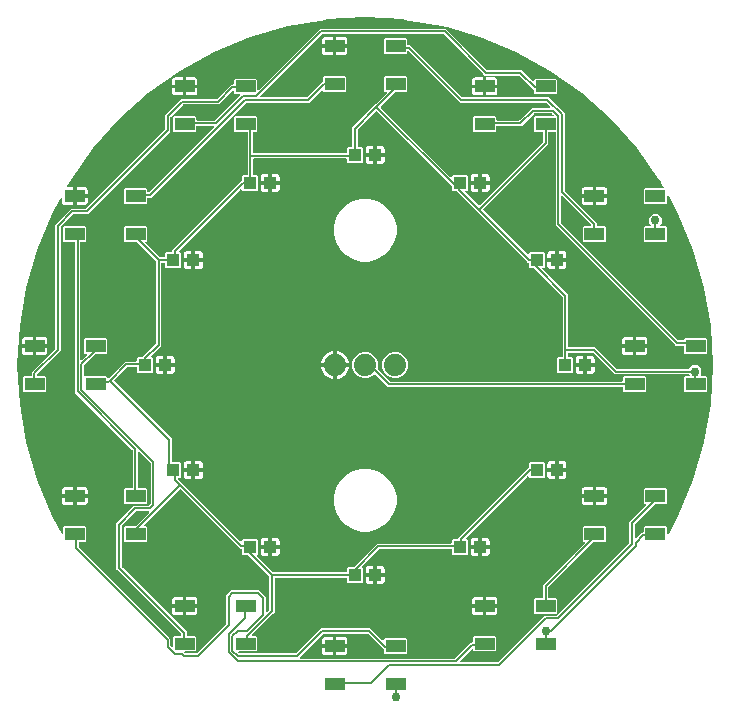
<source format=gbr>
G04 EAGLE Gerber RS-274X export*
G75*
%MOMM*%
%FSLAX34Y34*%
%LPD*%
%INTop Copper*%
%IPPOS*%
%AMOC8*
5,1,8,0,0,1.08239X$1,22.5*%
G01*
%ADD10R,1.100000X1.000000*%
%ADD11R,1.651000X1.000000*%
%ADD12C,1.879600*%
%ADD13C,0.152400*%
%ADD14C,0.756400*%

G36*
X366112Y2301D02*
X366112Y2301D01*
X366202Y2309D01*
X366232Y2321D01*
X366264Y2326D01*
X366345Y2369D01*
X366429Y2405D01*
X366461Y2431D01*
X366482Y2442D01*
X366504Y2465D01*
X366560Y2510D01*
X405961Y41911D01*
X416313Y41911D01*
X416404Y41925D01*
X416494Y41933D01*
X416524Y41945D01*
X416556Y41950D01*
X416637Y41993D01*
X416721Y42029D01*
X416753Y42055D01*
X416774Y42066D01*
X416796Y42089D01*
X416852Y42134D01*
X477550Y102832D01*
X477603Y102906D01*
X477663Y102976D01*
X477675Y103006D01*
X477694Y103032D01*
X477721Y103119D01*
X477755Y103204D01*
X477759Y103245D01*
X477766Y103267D01*
X477765Y103299D01*
X477773Y103371D01*
X477773Y121343D01*
X491606Y135176D01*
X491648Y135234D01*
X491697Y135286D01*
X491719Y135333D01*
X491749Y135375D01*
X491770Y135444D01*
X491801Y135509D01*
X491806Y135561D01*
X491822Y135611D01*
X491820Y135682D01*
X491828Y135753D01*
X491817Y135804D01*
X491815Y135856D01*
X491791Y135924D01*
X491776Y135994D01*
X491749Y136039D01*
X491731Y136087D01*
X491686Y136143D01*
X491649Y136205D01*
X491610Y136239D01*
X491577Y136279D01*
X491517Y136318D01*
X491462Y136365D01*
X491414Y136384D01*
X491370Y136412D01*
X491301Y136430D01*
X491234Y136457D01*
X491163Y136465D01*
X491132Y136473D01*
X491108Y136471D01*
X491068Y136475D01*
X490854Y136475D01*
X489961Y137368D01*
X489961Y148632D01*
X490854Y149525D01*
X508627Y149525D01*
X509520Y148632D01*
X509520Y137368D01*
X508627Y136475D01*
X499689Y136475D01*
X499598Y136461D01*
X499508Y136453D01*
X499478Y136441D01*
X499446Y136436D01*
X499365Y136393D01*
X499281Y136357D01*
X499249Y136331D01*
X499228Y136320D01*
X499206Y136297D01*
X499150Y136252D01*
X482570Y119672D01*
X482517Y119598D01*
X482457Y119528D01*
X482445Y119498D01*
X482426Y119472D01*
X482399Y119385D01*
X482365Y119300D01*
X482361Y119259D01*
X482354Y119237D01*
X482355Y119205D01*
X482347Y119133D01*
X482347Y107942D01*
X482358Y107872D01*
X482360Y107800D01*
X482378Y107751D01*
X482386Y107700D01*
X482420Y107636D01*
X482445Y107569D01*
X482477Y107528D01*
X482502Y107482D01*
X482554Y107433D01*
X482598Y107377D01*
X482642Y107349D01*
X482680Y107313D01*
X482745Y107283D01*
X482805Y107244D01*
X482856Y107231D01*
X482903Y107209D01*
X482974Y107201D01*
X483044Y107184D01*
X483096Y107188D01*
X483147Y107182D01*
X483218Y107197D01*
X483289Y107203D01*
X483337Y107223D01*
X483388Y107234D01*
X483449Y107271D01*
X483515Y107299D01*
X483571Y107344D01*
X483599Y107361D01*
X483614Y107378D01*
X483646Y107404D01*
X488257Y112015D01*
X489199Y112015D01*
X489219Y112018D01*
X489239Y112016D01*
X489340Y112038D01*
X489442Y112054D01*
X489460Y112064D01*
X489479Y112068D01*
X489568Y112121D01*
X489660Y112170D01*
X489673Y112184D01*
X489690Y112194D01*
X489758Y112273D01*
X489829Y112348D01*
X489837Y112366D01*
X489850Y112381D01*
X489889Y112477D01*
X489933Y112571D01*
X489935Y112591D01*
X489942Y112609D01*
X489961Y112776D01*
X489961Y116632D01*
X490854Y117525D01*
X508627Y117525D01*
X509520Y116632D01*
X509520Y111647D01*
X509529Y111593D01*
X509528Y111538D01*
X509549Y111473D01*
X509560Y111405D01*
X509586Y111356D01*
X509602Y111304D01*
X509643Y111248D01*
X509675Y111187D01*
X509715Y111150D01*
X509747Y111105D01*
X509804Y111065D01*
X509853Y111018D01*
X509903Y110995D01*
X509948Y110963D01*
X510014Y110943D01*
X510076Y110914D01*
X510131Y110908D01*
X510184Y110892D01*
X510253Y110895D01*
X510321Y110887D01*
X510375Y110899D01*
X510430Y110901D01*
X510494Y110925D01*
X510561Y110939D01*
X510609Y110968D01*
X510660Y110987D01*
X510713Y111030D01*
X510772Y111066D01*
X510808Y111107D01*
X510851Y111142D01*
X510913Y111230D01*
X510932Y111253D01*
X510937Y111264D01*
X510948Y111279D01*
X519212Y126233D01*
X519222Y126260D01*
X519249Y126310D01*
X531850Y156731D01*
X531857Y156759D01*
X531878Y156811D01*
X540994Y188452D01*
X540997Y188481D01*
X541013Y188535D01*
X546528Y220997D01*
X546528Y221026D01*
X546538Y221082D01*
X548384Y253957D01*
X548381Y253986D01*
X548384Y254043D01*
X546538Y286918D01*
X546532Y286947D01*
X546528Y287003D01*
X541013Y319465D01*
X541003Y319492D01*
X540994Y319548D01*
X531878Y351189D01*
X531868Y351211D01*
X531866Y351219D01*
X531864Y351223D01*
X531850Y351269D01*
X519249Y381690D01*
X519234Y381715D01*
X519212Y381767D01*
X510948Y396721D01*
X510914Y396764D01*
X510888Y396813D01*
X510838Y396860D01*
X510795Y396914D01*
X510749Y396944D01*
X510709Y396982D01*
X510647Y397011D01*
X510590Y397049D01*
X510536Y397062D01*
X510486Y397086D01*
X510418Y397093D01*
X510352Y397111D01*
X510297Y397107D01*
X510242Y397113D01*
X510175Y397098D01*
X510106Y397093D01*
X510055Y397072D01*
X510002Y397060D01*
X509943Y397025D01*
X509879Y396999D01*
X509838Y396963D01*
X509790Y396934D01*
X509746Y396882D01*
X509694Y396837D01*
X509666Y396789D01*
X509631Y396747D01*
X509605Y396684D01*
X509570Y396624D01*
X509559Y396570D01*
X509539Y396519D01*
X509527Y396413D01*
X509521Y396383D01*
X509522Y396371D01*
X509520Y396353D01*
X509520Y391368D01*
X508627Y390475D01*
X490854Y390475D01*
X489961Y391368D01*
X489961Y402632D01*
X490854Y403525D01*
X505897Y403525D01*
X505984Y403539D01*
X506072Y403545D01*
X506105Y403559D01*
X506139Y403564D01*
X506217Y403606D01*
X506299Y403640D01*
X506326Y403663D01*
X506357Y403680D01*
X506418Y403743D01*
X506484Y403802D01*
X506502Y403832D01*
X506526Y403858D01*
X506563Y403938D01*
X506608Y404014D01*
X506615Y404049D01*
X506630Y404081D01*
X506640Y404169D01*
X506657Y404255D01*
X506653Y404290D01*
X506657Y404325D01*
X506638Y404412D01*
X506627Y404499D01*
X506610Y404541D01*
X506605Y404566D01*
X506589Y404593D01*
X506563Y404654D01*
X503285Y410586D01*
X503267Y410608D01*
X503239Y410658D01*
X484185Y437512D01*
X484165Y437533D01*
X484132Y437579D01*
X462191Y462131D01*
X462169Y462149D01*
X462131Y462191D01*
X437579Y484132D01*
X437554Y484148D01*
X437512Y484185D01*
X410658Y503239D01*
X410632Y503252D01*
X410586Y503285D01*
X381767Y519212D01*
X381740Y519222D01*
X381690Y519249D01*
X351269Y531850D01*
X351241Y531857D01*
X351189Y531878D01*
X323373Y539892D01*
X323318Y539898D01*
X323266Y539915D01*
X323197Y539913D01*
X323129Y539921D01*
X323075Y539910D01*
X323020Y539908D01*
X322955Y539885D01*
X322888Y539871D01*
X322840Y539843D01*
X322789Y539824D01*
X322735Y539781D01*
X322708Y539765D01*
X322705Y539776D01*
X322697Y539790D01*
X322692Y539807D01*
X322634Y539895D01*
X322579Y539987D01*
X322566Y539998D01*
X322557Y540012D01*
X322473Y540078D01*
X322392Y540147D01*
X322376Y540153D01*
X322363Y540164D01*
X322208Y540227D01*
X319548Y540994D01*
X319519Y540997D01*
X319465Y541013D01*
X287003Y546528D01*
X286974Y546528D01*
X286918Y546538D01*
X254043Y548384D01*
X254014Y548381D01*
X253957Y548384D01*
X221082Y546538D01*
X221053Y546532D01*
X220997Y546528D01*
X188535Y541013D01*
X188508Y541003D01*
X188452Y540994D01*
X156811Y531878D01*
X156785Y531866D01*
X156731Y531850D01*
X126310Y519249D01*
X126285Y519234D01*
X126233Y519212D01*
X97414Y503285D01*
X97392Y503267D01*
X97342Y503239D01*
X70488Y484185D01*
X70467Y484165D01*
X70421Y484132D01*
X45869Y462191D01*
X45851Y462169D01*
X45809Y462131D01*
X23868Y437579D01*
X23852Y437554D01*
X23815Y437512D01*
X4761Y410658D01*
X4748Y410632D01*
X4715Y410586D01*
X1999Y405670D01*
X1969Y405587D01*
X1932Y405507D01*
X1928Y405472D01*
X1916Y405439D01*
X1914Y405350D01*
X1905Y405263D01*
X1912Y405228D01*
X1911Y405193D01*
X1938Y405109D01*
X1957Y405022D01*
X1975Y404992D01*
X1986Y404958D01*
X2038Y404887D01*
X2083Y404811D01*
X2110Y404788D01*
X2131Y404760D01*
X2203Y404709D01*
X2270Y404651D01*
X2303Y404638D01*
X2332Y404618D01*
X2416Y404592D01*
X2498Y404559D01*
X2543Y404554D01*
X2567Y404547D01*
X2599Y404548D01*
X2665Y404541D01*
X6736Y404541D01*
X6736Y397762D01*
X6740Y397742D01*
X6737Y397723D01*
X6759Y397621D01*
X6776Y397519D01*
X6785Y397502D01*
X6790Y397482D01*
X6843Y397393D01*
X6891Y397302D01*
X6906Y397288D01*
X6916Y397271D01*
X6995Y397204D01*
X7070Y397133D01*
X7088Y397124D01*
X7103Y397111D01*
X7199Y397072D01*
X7293Y397029D01*
X7312Y397027D01*
X7331Y397019D01*
X7498Y397001D01*
X8260Y397001D01*
X8260Y396999D01*
X7498Y396999D01*
X7478Y396996D01*
X7458Y396998D01*
X7357Y396976D01*
X7255Y396959D01*
X7237Y396950D01*
X7218Y396946D01*
X7129Y396893D01*
X7037Y396844D01*
X7024Y396830D01*
X7007Y396820D01*
X6939Y396741D01*
X6868Y396666D01*
X6860Y396648D01*
X6847Y396633D01*
X6808Y396537D01*
X6764Y396443D01*
X6762Y396423D01*
X6755Y396405D01*
X6736Y396238D01*
X6736Y389459D01*
X-330Y389459D01*
X-976Y389632D01*
X-1555Y389967D01*
X-2029Y390440D01*
X-2363Y391019D01*
X-2536Y391666D01*
X-2536Y394514D01*
X-2545Y394569D01*
X-2544Y394624D01*
X-2565Y394689D01*
X-2576Y394757D01*
X-2602Y394806D01*
X-2618Y394858D01*
X-2659Y394914D01*
X-2691Y394974D01*
X-2731Y395012D01*
X-2763Y395057D01*
X-2820Y395096D01*
X-2869Y395144D01*
X-2919Y395167D01*
X-2964Y395199D01*
X-3030Y395218D01*
X-3092Y395247D01*
X-3147Y395253D01*
X-3200Y395269D01*
X-3269Y395267D01*
X-3337Y395274D01*
X-3391Y395263D01*
X-3446Y395261D01*
X-3510Y395237D01*
X-3577Y395222D01*
X-3625Y395194D01*
X-3676Y395175D01*
X-3729Y395131D01*
X-3788Y395096D01*
X-3824Y395054D01*
X-3867Y395019D01*
X-3929Y394932D01*
X-3948Y394909D01*
X-3953Y394898D01*
X-3964Y394882D01*
X-11212Y381767D01*
X-11222Y381740D01*
X-11249Y381690D01*
X-23850Y351269D01*
X-23857Y351241D01*
X-23878Y351189D01*
X-32994Y319548D01*
X-32997Y319519D01*
X-33013Y319465D01*
X-38528Y287003D01*
X-38528Y286974D01*
X-38538Y286918D01*
X-40384Y254043D01*
X-40381Y254014D01*
X-40384Y253957D01*
X-38538Y221082D01*
X-38532Y221053D01*
X-38528Y220997D01*
X-33013Y188535D01*
X-33003Y188508D01*
X-32994Y188452D01*
X-23878Y156811D01*
X-23866Y156785D01*
X-23850Y156731D01*
X-11249Y126310D01*
X-11234Y126285D01*
X-11212Y126233D01*
X-2948Y111279D01*
X-2914Y111236D01*
X-2888Y111187D01*
X-2838Y111140D01*
X-2795Y111086D01*
X-2749Y111056D01*
X-2709Y111018D01*
X-2647Y110989D01*
X-2590Y110951D01*
X-2536Y110938D01*
X-2486Y110914D01*
X-2418Y110907D01*
X-2352Y110889D01*
X-2297Y110893D01*
X-2242Y110887D01*
X-2175Y110902D01*
X-2106Y110907D01*
X-2055Y110928D01*
X-2002Y110940D01*
X-1943Y110975D01*
X-1879Y111001D01*
X-1838Y111037D01*
X-1790Y111066D01*
X-1746Y111118D01*
X-1694Y111163D01*
X-1666Y111211D01*
X-1631Y111253D01*
X-1605Y111316D01*
X-1570Y111376D01*
X-1559Y111430D01*
X-1539Y111481D01*
X-1527Y111587D01*
X-1521Y111617D01*
X-1522Y111629D01*
X-1520Y111647D01*
X-1520Y116632D01*
X-627Y117525D01*
X17146Y117525D01*
X18039Y116632D01*
X18039Y105368D01*
X17146Y104475D01*
X12192Y104475D01*
X12172Y104472D01*
X12153Y104474D01*
X12051Y104452D01*
X11949Y104436D01*
X11932Y104426D01*
X11912Y104422D01*
X11823Y104369D01*
X11732Y104320D01*
X11718Y104306D01*
X11701Y104296D01*
X11634Y104217D01*
X11562Y104142D01*
X11554Y104124D01*
X11541Y104109D01*
X11502Y104013D01*
X11459Y103919D01*
X11457Y103899D01*
X11449Y103881D01*
X11431Y103714D01*
X11431Y100323D01*
X11445Y100232D01*
X11453Y100142D01*
X11465Y100112D01*
X11470Y100080D01*
X11513Y99999D01*
X11549Y99915D01*
X11575Y99883D01*
X11586Y99862D01*
X11609Y99840D01*
X11654Y99784D01*
X89155Y22283D01*
X89155Y16503D01*
X89169Y16413D01*
X89177Y16322D01*
X89189Y16292D01*
X89194Y16260D01*
X89237Y16179D01*
X89273Y16095D01*
X89299Y16063D01*
X89310Y16042D01*
X89333Y16020D01*
X89378Y15964D01*
X90151Y15191D01*
X90209Y15149D01*
X90261Y15100D01*
X90308Y15078D01*
X90350Y15048D01*
X90419Y15027D01*
X90484Y14996D01*
X90536Y14991D01*
X90586Y14975D01*
X90657Y14977D01*
X90728Y14969D01*
X90779Y14980D01*
X90831Y14982D01*
X90899Y15006D01*
X90969Y15021D01*
X91014Y15048D01*
X91062Y15066D01*
X91118Y15111D01*
X91180Y15148D01*
X91214Y15187D01*
X91254Y15220D01*
X91293Y15280D01*
X91340Y15335D01*
X91359Y15383D01*
X91387Y15427D01*
X91405Y15496D01*
X91432Y15563D01*
X91440Y15634D01*
X91448Y15665D01*
X91446Y15689D01*
X91450Y15729D01*
X91450Y23661D01*
X92343Y24554D01*
X97536Y24554D01*
X97556Y24558D01*
X97575Y24555D01*
X97677Y24577D01*
X97779Y24594D01*
X97796Y24603D01*
X97816Y24608D01*
X97905Y24661D01*
X97996Y24709D01*
X98010Y24724D01*
X98027Y24734D01*
X98094Y24812D01*
X98166Y24887D01*
X98174Y24906D01*
X98187Y24921D01*
X98226Y25017D01*
X98269Y25111D01*
X98271Y25130D01*
X98279Y25149D01*
X98297Y25316D01*
X98297Y26169D01*
X98283Y26260D01*
X98275Y26350D01*
X98263Y26380D01*
X98258Y26412D01*
X98215Y26493D01*
X98179Y26577D01*
X98153Y26609D01*
X98142Y26630D01*
X98119Y26652D01*
X98074Y26708D01*
X43433Y81349D01*
X43433Y119819D01*
X58489Y134875D01*
X70365Y134875D01*
X70456Y134889D01*
X70546Y134897D01*
X70576Y134909D01*
X70608Y134914D01*
X70689Y134957D01*
X70773Y134993D01*
X70805Y135019D01*
X70826Y135030D01*
X70848Y135053D01*
X70904Y135098D01*
X72166Y136360D01*
X72219Y136434D01*
X72279Y136504D01*
X72291Y136534D01*
X72310Y136560D01*
X72337Y136647D01*
X72371Y136732D01*
X72375Y136773D01*
X72382Y136795D01*
X72381Y136827D01*
X72389Y136899D01*
X72389Y170949D01*
X72375Y171040D01*
X72367Y171130D01*
X72355Y171160D01*
X72350Y171192D01*
X72307Y171273D01*
X72271Y171357D01*
X72245Y171389D01*
X72234Y171410D01*
X72211Y171432D01*
X72166Y171488D01*
X63022Y180632D01*
X62964Y180674D01*
X62912Y180723D01*
X62865Y180745D01*
X62823Y180775D01*
X62754Y180796D01*
X62689Y180827D01*
X62637Y180832D01*
X62587Y180848D01*
X62516Y180846D01*
X62445Y180854D01*
X62394Y180843D01*
X62342Y180841D01*
X62274Y180817D01*
X62204Y180802D01*
X62159Y180775D01*
X62111Y180757D01*
X62055Y180712D01*
X61993Y180675D01*
X61959Y180636D01*
X61919Y180603D01*
X61880Y180543D01*
X61833Y180488D01*
X61814Y180440D01*
X61786Y180396D01*
X61768Y180327D01*
X61741Y180260D01*
X61733Y180189D01*
X61725Y180158D01*
X61727Y180134D01*
X61723Y180094D01*
X61723Y150286D01*
X61726Y150266D01*
X61724Y150247D01*
X61746Y150145D01*
X61762Y150043D01*
X61772Y150026D01*
X61776Y150006D01*
X61829Y149917D01*
X61878Y149826D01*
X61892Y149812D01*
X61902Y149795D01*
X61981Y149728D01*
X62056Y149656D01*
X62074Y149648D01*
X62089Y149635D01*
X62185Y149596D01*
X62279Y149553D01*
X62299Y149551D01*
X62317Y149543D01*
X62484Y149525D01*
X68686Y149525D01*
X69579Y148632D01*
X69579Y137368D01*
X68686Y136475D01*
X50913Y136475D01*
X50020Y137368D01*
X50020Y148632D01*
X50913Y149525D01*
X56388Y149525D01*
X56408Y149528D01*
X56427Y149526D01*
X56529Y149548D01*
X56631Y149564D01*
X56648Y149574D01*
X56668Y149578D01*
X56757Y149631D01*
X56848Y149680D01*
X56862Y149694D01*
X56879Y149704D01*
X56946Y149783D01*
X57018Y149858D01*
X57026Y149876D01*
X57039Y149891D01*
X57078Y149987D01*
X57121Y150081D01*
X57123Y150101D01*
X57131Y150119D01*
X57149Y150286D01*
X57149Y181617D01*
X57135Y181708D01*
X57127Y181798D01*
X57115Y181828D01*
X57110Y181860D01*
X57067Y181941D01*
X57031Y182025D01*
X57005Y182057D01*
X56994Y182078D01*
X56971Y182100D01*
X56926Y182156D01*
X8381Y230701D01*
X8381Y357714D01*
X8378Y357734D01*
X8380Y357753D01*
X8358Y357855D01*
X8342Y357957D01*
X8332Y357974D01*
X8328Y357994D01*
X8275Y358083D01*
X8226Y358174D01*
X8212Y358188D01*
X8202Y358205D01*
X8123Y358272D01*
X8048Y358344D01*
X8030Y358352D01*
X8015Y358365D01*
X7919Y358404D01*
X7825Y358447D01*
X7805Y358449D01*
X7787Y358457D01*
X7620Y358475D01*
X-627Y358475D01*
X-1520Y359368D01*
X-1520Y370632D01*
X-627Y371525D01*
X17146Y371525D01*
X18039Y370632D01*
X18039Y359368D01*
X17146Y358475D01*
X13716Y358475D01*
X13696Y358472D01*
X13677Y358474D01*
X13575Y358452D01*
X13473Y358436D01*
X13456Y358426D01*
X13436Y358422D01*
X13347Y358369D01*
X13256Y358320D01*
X13242Y358306D01*
X13225Y358296D01*
X13158Y358217D01*
X13086Y358142D01*
X13078Y358124D01*
X13065Y358109D01*
X13026Y358013D01*
X12983Y357919D01*
X12981Y357899D01*
X12973Y357881D01*
X12955Y357714D01*
X12955Y258818D01*
X12957Y258803D01*
X12956Y258789D01*
X12967Y258739D01*
X12968Y258676D01*
X12986Y258627D01*
X12994Y258576D01*
X13007Y258552D01*
X13008Y258548D01*
X13017Y258533D01*
X13028Y258512D01*
X13053Y258445D01*
X13085Y258404D01*
X13110Y258358D01*
X13161Y258309D01*
X13206Y258253D01*
X13250Y258225D01*
X13288Y258189D01*
X13353Y258159D01*
X13413Y258120D01*
X13464Y258107D01*
X13511Y258085D01*
X13582Y258077D01*
X13652Y258060D01*
X13704Y258064D01*
X13755Y258058D01*
X13826Y258073D01*
X13897Y258079D01*
X13945Y258099D01*
X13996Y258110D01*
X14057Y258147D01*
X14123Y258175D01*
X14172Y258214D01*
X14186Y258222D01*
X14191Y258227D01*
X14207Y258237D01*
X14222Y258254D01*
X14254Y258280D01*
X18150Y262176D01*
X18192Y262234D01*
X18241Y262286D01*
X18263Y262333D01*
X18293Y262375D01*
X18314Y262444D01*
X18345Y262509D01*
X18350Y262561D01*
X18366Y262611D01*
X18364Y262682D01*
X18372Y262753D01*
X18361Y262804D01*
X18359Y262856D01*
X18335Y262924D01*
X18320Y262994D01*
X18293Y263038D01*
X18275Y263087D01*
X18230Y263143D01*
X18193Y263205D01*
X18154Y263239D01*
X18121Y263279D01*
X18061Y263318D01*
X18006Y263365D01*
X17958Y263384D01*
X17914Y263412D01*
X17845Y263430D01*
X17778Y263457D01*
X17707Y263465D01*
X17676Y263473D01*
X17652Y263471D01*
X17612Y263475D01*
X16883Y263475D01*
X15990Y264368D01*
X15990Y275632D01*
X16883Y276525D01*
X34657Y276525D01*
X35550Y275632D01*
X35550Y264368D01*
X34657Y263475D01*
X26233Y263475D01*
X26142Y263461D01*
X26052Y263453D01*
X26022Y263441D01*
X25990Y263436D01*
X25909Y263393D01*
X25825Y263357D01*
X25793Y263331D01*
X25772Y263320D01*
X25750Y263297D01*
X25694Y263252D01*
X16226Y253784D01*
X16173Y253710D01*
X16113Y253640D01*
X16101Y253610D01*
X16082Y253584D01*
X16055Y253497D01*
X16021Y253412D01*
X16017Y253371D01*
X16010Y253349D01*
X16011Y253317D01*
X16003Y253245D01*
X16003Y245286D01*
X16006Y245266D01*
X16004Y245247D01*
X16026Y245145D01*
X16042Y245043D01*
X16052Y245026D01*
X16056Y245006D01*
X16109Y244917D01*
X16158Y244826D01*
X16172Y244812D01*
X16182Y244795D01*
X16261Y244728D01*
X16336Y244656D01*
X16354Y244648D01*
X16369Y244635D01*
X16465Y244596D01*
X16559Y244553D01*
X16579Y244551D01*
X16597Y244543D01*
X16764Y244525D01*
X34657Y244525D01*
X35550Y243632D01*
X35550Y243313D01*
X35561Y243243D01*
X35563Y243171D01*
X35581Y243122D01*
X35589Y243071D01*
X35623Y243007D01*
X35648Y242940D01*
X35680Y242899D01*
X35705Y242853D01*
X35757Y242804D01*
X35801Y242748D01*
X35845Y242720D01*
X35883Y242684D01*
X35948Y242654D01*
X36008Y242615D01*
X36059Y242602D01*
X36106Y242580D01*
X36177Y242572D01*
X36247Y242555D01*
X36299Y242559D01*
X36350Y242553D01*
X36421Y242568D01*
X36492Y242574D01*
X36540Y242594D01*
X36591Y242605D01*
X36652Y242642D01*
X36718Y242670D01*
X36774Y242715D01*
X36802Y242732D01*
X36817Y242749D01*
X36849Y242775D01*
X37376Y243302D01*
X50869Y256795D01*
X59914Y256795D01*
X59934Y256798D01*
X59953Y256796D01*
X60055Y256818D01*
X60157Y256834D01*
X60174Y256844D01*
X60194Y256848D01*
X60283Y256901D01*
X60374Y256950D01*
X60388Y256964D01*
X60405Y256974D01*
X60472Y257053D01*
X60544Y257128D01*
X60552Y257146D01*
X60565Y257161D01*
X60604Y257257D01*
X60647Y257351D01*
X60649Y257371D01*
X60657Y257389D01*
X60675Y257556D01*
X60675Y259632D01*
X61568Y260525D01*
X64951Y260525D01*
X65042Y260539D01*
X65132Y260547D01*
X65162Y260559D01*
X65194Y260564D01*
X65275Y260607D01*
X65359Y260643D01*
X65391Y260669D01*
X65412Y260680D01*
X65434Y260703D01*
X65490Y260748D01*
X76738Y271996D01*
X76781Y272055D01*
X76825Y272102D01*
X76833Y272119D01*
X76851Y272140D01*
X76863Y272170D01*
X76882Y272196D01*
X76907Y272278D01*
X76929Y272325D01*
X76930Y272337D01*
X76943Y272368D01*
X76947Y272409D01*
X76954Y272431D01*
X76953Y272463D01*
X76961Y272535D01*
X76961Y341638D01*
X76947Y341728D01*
X76939Y341819D01*
X76927Y341848D01*
X76922Y341880D01*
X76879Y341961D01*
X76843Y342045D01*
X76817Y342077D01*
X76806Y342098D01*
X76783Y342120D01*
X76738Y342176D01*
X60662Y358252D01*
X60588Y358305D01*
X60518Y358365D01*
X60488Y358377D01*
X60462Y358396D01*
X60375Y358423D01*
X60290Y358457D01*
X60249Y358461D01*
X60227Y358468D01*
X60195Y358467D01*
X60124Y358475D01*
X50913Y358475D01*
X50020Y359368D01*
X50020Y370632D01*
X50913Y371525D01*
X68686Y371525D01*
X69579Y370632D01*
X69579Y359368D01*
X68675Y358464D01*
X68674Y358464D01*
X68602Y358462D01*
X68553Y358444D01*
X68502Y358436D01*
X68438Y358402D01*
X68371Y358377D01*
X68330Y358345D01*
X68284Y358320D01*
X68235Y358269D01*
X68179Y358224D01*
X68151Y358180D01*
X68115Y358142D01*
X68085Y358077D01*
X68046Y358017D01*
X68033Y357966D01*
X68011Y357919D01*
X68003Y357848D01*
X67986Y357778D01*
X67990Y357726D01*
X67984Y357675D01*
X67999Y357604D01*
X68005Y357533D01*
X68025Y357485D01*
X68036Y357434D01*
X68073Y357373D01*
X68101Y357307D01*
X68146Y357251D01*
X68163Y357223D01*
X68180Y357208D01*
X68206Y357176D01*
X79972Y345410D01*
X80046Y345357D01*
X80116Y345297D01*
X80146Y345285D01*
X80172Y345266D01*
X80259Y345239D01*
X80344Y345205D01*
X80385Y345201D01*
X80407Y345194D01*
X80439Y345195D01*
X80510Y345187D01*
X83735Y345187D01*
X83754Y345190D01*
X83774Y345188D01*
X83875Y345210D01*
X83977Y345226D01*
X83995Y345236D01*
X84015Y345240D01*
X84104Y345293D01*
X84195Y345342D01*
X84209Y345356D01*
X84226Y345366D01*
X84293Y345445D01*
X84364Y345520D01*
X84373Y345538D01*
X84386Y345553D01*
X84424Y345649D01*
X84468Y345743D01*
X84470Y345763D01*
X84477Y345781D01*
X84496Y345948D01*
X84496Y348532D01*
X85389Y349425D01*
X89916Y349425D01*
X89936Y349428D01*
X89955Y349426D01*
X90057Y349448D01*
X90159Y349464D01*
X90176Y349474D01*
X90196Y349478D01*
X90285Y349531D01*
X90376Y349580D01*
X90390Y349594D01*
X90407Y349604D01*
X90474Y349683D01*
X90546Y349758D01*
X90554Y349776D01*
X90567Y349791D01*
X90606Y349887D01*
X90649Y349981D01*
X90651Y350001D01*
X90659Y350019D01*
X90677Y350186D01*
X90677Y351467D01*
X148366Y409156D01*
X149352Y410142D01*
X149405Y410216D01*
X149465Y410286D01*
X149477Y410316D01*
X149496Y410342D01*
X149523Y410429D01*
X149557Y410514D01*
X149561Y410555D01*
X149568Y410577D01*
X149567Y410609D01*
X149575Y410680D01*
X149575Y413611D01*
X150468Y414504D01*
X153924Y414504D01*
X153944Y414507D01*
X153963Y414505D01*
X154065Y414527D01*
X154167Y414544D01*
X154184Y414553D01*
X154204Y414557D01*
X154293Y414611D01*
X154384Y414659D01*
X154398Y414673D01*
X154415Y414684D01*
X154482Y414762D01*
X154554Y414837D01*
X154562Y414855D01*
X154575Y414870D01*
X154614Y414967D01*
X154657Y415060D01*
X154659Y415080D01*
X154667Y415099D01*
X154685Y415265D01*
X154685Y450684D01*
X154683Y450695D01*
X154684Y450702D01*
X154683Y450710D01*
X154684Y450724D01*
X154662Y450825D01*
X154646Y450927D01*
X154636Y450945D01*
X154632Y450964D01*
X154579Y451053D01*
X154530Y451145D01*
X154516Y451158D01*
X154506Y451175D01*
X154427Y451243D01*
X154352Y451314D01*
X154334Y451322D01*
X154319Y451335D01*
X154223Y451374D01*
X154129Y451418D01*
X154109Y451420D01*
X154091Y451427D01*
X153924Y451446D01*
X143883Y451446D01*
X142990Y452339D01*
X142990Y463602D01*
X143883Y464495D01*
X161657Y464495D01*
X162550Y463602D01*
X162550Y452339D01*
X161657Y451446D01*
X160020Y451446D01*
X160000Y451442D01*
X159981Y451445D01*
X159879Y451423D01*
X159777Y451406D01*
X159760Y451397D01*
X159740Y451392D01*
X159651Y451339D01*
X159560Y451291D01*
X159546Y451276D01*
X159529Y451266D01*
X159462Y451188D01*
X159390Y451113D01*
X159382Y451094D01*
X159369Y451079D01*
X159330Y450983D01*
X159287Y450889D01*
X159285Y450870D01*
X159277Y450851D01*
X159259Y450684D01*
X159259Y434340D01*
X159262Y434320D01*
X159260Y434301D01*
X159282Y434199D01*
X159298Y434097D01*
X159308Y434080D01*
X159312Y434060D01*
X159365Y433971D01*
X159414Y433880D01*
X159428Y433866D01*
X159438Y433849D01*
X159517Y433782D01*
X159592Y433710D01*
X159610Y433702D01*
X159625Y433689D01*
X159721Y433650D01*
X159815Y433607D01*
X159835Y433605D01*
X159853Y433597D01*
X160020Y433579D01*
X237714Y433579D01*
X237734Y433582D01*
X237753Y433580D01*
X237855Y433602D01*
X237957Y433618D01*
X237974Y433628D01*
X237994Y433632D01*
X238083Y433685D01*
X238174Y433734D01*
X238188Y433748D01*
X238205Y433758D01*
X238272Y433837D01*
X238344Y433912D01*
X238352Y433930D01*
X238365Y433945D01*
X238404Y434041D01*
X238447Y434135D01*
X238449Y434155D01*
X238457Y434173D01*
X238475Y434340D01*
X238475Y437432D01*
X239368Y438325D01*
X242316Y438325D01*
X242336Y438328D01*
X242355Y438326D01*
X242457Y438348D01*
X242559Y438364D01*
X242576Y438374D01*
X242596Y438378D01*
X242685Y438431D01*
X242776Y438480D01*
X242790Y438494D01*
X242807Y438504D01*
X242874Y438583D01*
X242946Y438658D01*
X242954Y438676D01*
X242967Y438691D01*
X243006Y438787D01*
X243049Y438881D01*
X243051Y438901D01*
X243059Y438919D01*
X243077Y439086D01*
X243077Y455099D01*
X262928Y474950D01*
X272154Y484176D01*
X272196Y484234D01*
X272245Y484286D01*
X272267Y484333D01*
X272297Y484375D01*
X272318Y484444D01*
X272349Y484509D01*
X272354Y484561D01*
X272370Y484611D01*
X272368Y484682D01*
X272376Y484753D01*
X272365Y484804D01*
X272363Y484856D01*
X272339Y484924D01*
X272324Y484994D01*
X272297Y485039D01*
X272279Y485087D01*
X272234Y485143D01*
X272197Y485205D01*
X272158Y485239D01*
X272125Y485279D01*
X272065Y485318D01*
X272010Y485365D01*
X271962Y485384D01*
X271918Y485412D01*
X271849Y485430D01*
X271782Y485457D01*
X271711Y485465D01*
X271680Y485473D01*
X271656Y485471D01*
X271616Y485475D01*
X270883Y485475D01*
X269990Y486368D01*
X269990Y497632D01*
X270883Y498525D01*
X288657Y498525D01*
X289550Y497632D01*
X289550Y486368D01*
X288657Y485475D01*
X280236Y485475D01*
X280146Y485461D01*
X280055Y485453D01*
X280026Y485441D01*
X279994Y485436D01*
X279913Y485393D01*
X279829Y485357D01*
X279797Y485331D01*
X279776Y485320D01*
X279754Y485297D01*
X279698Y485252D01*
X279616Y485170D01*
X267424Y472978D01*
X267413Y472962D01*
X267397Y472950D01*
X267341Y472862D01*
X267281Y472779D01*
X267275Y472760D01*
X267264Y472743D01*
X267239Y472642D01*
X267208Y472543D01*
X267209Y472524D01*
X267204Y472504D01*
X267212Y472401D01*
X267215Y472298D01*
X267222Y472279D01*
X267223Y472259D01*
X267263Y472164D01*
X267299Y472067D01*
X267312Y472051D01*
X267319Y472033D01*
X267424Y471902D01*
X326076Y413250D01*
X326134Y413208D01*
X326186Y413159D01*
X326233Y413137D01*
X326275Y413107D01*
X326344Y413086D01*
X326409Y413055D01*
X326461Y413050D01*
X326511Y413034D01*
X326582Y413036D01*
X326653Y413028D01*
X326704Y413039D01*
X326756Y413041D01*
X326824Y413065D01*
X326894Y413080D01*
X326938Y413107D01*
X326987Y413125D01*
X327043Y413170D01*
X327105Y413207D01*
X327139Y413246D01*
X327179Y413279D01*
X327218Y413339D01*
X327265Y413394D01*
X327284Y413442D01*
X327312Y413486D01*
X327330Y413555D01*
X327337Y413573D01*
X328268Y414504D01*
X340532Y414504D01*
X341425Y413611D01*
X341425Y402348D01*
X340532Y401455D01*
X339709Y401455D01*
X339638Y401443D01*
X339567Y401441D01*
X339518Y401423D01*
X339466Y401415D01*
X339403Y401381D01*
X339336Y401357D01*
X339295Y401324D01*
X339249Y401300D01*
X339200Y401248D01*
X339144Y401203D01*
X339115Y401159D01*
X339080Y401121D01*
X339049Y401056D01*
X339011Y400996D01*
X338998Y400946D01*
X338976Y400898D01*
X338968Y400827D01*
X338951Y400758D01*
X338955Y400706D01*
X338949Y400654D01*
X338964Y400584D01*
X338970Y400512D01*
X338990Y400465D01*
X339001Y400414D01*
X339038Y400352D01*
X339066Y400286D01*
X339111Y400230D01*
X339127Y400202D01*
X339145Y400187D01*
X339171Y400155D01*
X349982Y389344D01*
X349998Y389333D01*
X350010Y389317D01*
X350098Y389261D01*
X350181Y389201D01*
X350200Y389195D01*
X350217Y389184D01*
X350318Y389159D01*
X350417Y389128D01*
X350436Y389129D01*
X350456Y389124D01*
X350559Y389132D01*
X350662Y389135D01*
X350681Y389142D01*
X350701Y389143D01*
X350796Y389183D01*
X350893Y389219D01*
X350909Y389232D01*
X350927Y389239D01*
X351058Y389344D01*
X404398Y442684D01*
X404451Y442758D01*
X404511Y442828D01*
X404523Y442858D01*
X404542Y442884D01*
X404569Y442971D01*
X404603Y443056D01*
X404607Y443097D01*
X404614Y443119D01*
X404613Y443151D01*
X404621Y443223D01*
X404621Y450684D01*
X404619Y450695D01*
X404620Y450702D01*
X404619Y450710D01*
X404620Y450724D01*
X404598Y450825D01*
X404582Y450927D01*
X404572Y450945D01*
X404568Y450964D01*
X404515Y451053D01*
X404466Y451145D01*
X404452Y451158D01*
X404442Y451175D01*
X404363Y451243D01*
X404288Y451314D01*
X404270Y451322D01*
X404255Y451335D01*
X404159Y451374D01*
X404065Y451418D01*
X404045Y451420D01*
X404027Y451427D01*
X403860Y451446D01*
X397883Y451446D01*
X396990Y452339D01*
X396990Y463602D01*
X397883Y464495D01*
X412829Y464495D01*
X412900Y464507D01*
X412972Y464509D01*
X413021Y464527D01*
X413072Y464535D01*
X413135Y464568D01*
X413203Y464593D01*
X413243Y464626D01*
X413289Y464650D01*
X413339Y464702D01*
X413395Y464747D01*
X413423Y464791D01*
X413459Y464828D01*
X413489Y464893D01*
X413528Y464954D01*
X413540Y465004D01*
X413562Y465051D01*
X413570Y465123D01*
X413588Y465192D01*
X413584Y465244D01*
X413589Y465296D01*
X413574Y465366D01*
X413569Y465437D01*
X413548Y465485D01*
X413537Y465536D01*
X413500Y465598D01*
X413472Y465664D01*
X413427Y465720D01*
X413411Y465747D01*
X413393Y465763D01*
X413367Y465795D01*
X412280Y466882D01*
X412206Y466935D01*
X412136Y466995D01*
X412106Y467007D01*
X412080Y467026D01*
X411993Y467053D01*
X411908Y467087D01*
X411867Y467091D01*
X411845Y467098D01*
X411813Y467097D01*
X411741Y467105D01*
X397503Y467105D01*
X397412Y467091D01*
X397322Y467083D01*
X397292Y467071D01*
X397260Y467066D01*
X397179Y467023D01*
X397095Y466987D01*
X397063Y466961D01*
X397042Y466950D01*
X397020Y466927D01*
X396964Y466882D01*
X386519Y456437D01*
X365771Y456437D01*
X365751Y456434D01*
X365732Y456436D01*
X365630Y456414D01*
X365528Y456398D01*
X365511Y456388D01*
X365491Y456384D01*
X365402Y456331D01*
X365311Y456282D01*
X365297Y456268D01*
X365280Y456258D01*
X365213Y456179D01*
X365141Y456104D01*
X365133Y456086D01*
X365120Y456071D01*
X365081Y455975D01*
X365038Y455881D01*
X365036Y455861D01*
X365028Y455843D01*
X365010Y455676D01*
X365010Y452339D01*
X364117Y451446D01*
X346343Y451446D01*
X345450Y452339D01*
X345450Y463602D01*
X346343Y464495D01*
X364117Y464495D01*
X365010Y463602D01*
X365010Y461772D01*
X365013Y461752D01*
X365011Y461733D01*
X365033Y461631D01*
X365049Y461529D01*
X365059Y461512D01*
X365063Y461492D01*
X365116Y461403D01*
X365165Y461312D01*
X365179Y461298D01*
X365189Y461281D01*
X365268Y461214D01*
X365343Y461142D01*
X365361Y461134D01*
X365376Y461121D01*
X365472Y461082D01*
X365566Y461039D01*
X365586Y461037D01*
X365604Y461029D01*
X365771Y461011D01*
X384309Y461011D01*
X384400Y461025D01*
X384490Y461033D01*
X384520Y461045D01*
X384552Y461050D01*
X384633Y461093D01*
X384717Y461129D01*
X384749Y461155D01*
X384770Y461166D01*
X384792Y461189D01*
X384848Y461234D01*
X395293Y471679D01*
X410218Y471679D01*
X410288Y471690D01*
X410360Y471692D01*
X410409Y471710D01*
X410460Y471718D01*
X410524Y471752D01*
X410591Y471777D01*
X410632Y471809D01*
X410678Y471834D01*
X410727Y471886D01*
X410783Y471930D01*
X410811Y471974D01*
X410847Y472012D01*
X410877Y472077D01*
X410916Y472137D01*
X410929Y472188D01*
X410951Y472235D01*
X410959Y472306D01*
X410976Y472376D01*
X410972Y472428D01*
X410978Y472479D01*
X410963Y472550D01*
X410957Y472621D01*
X410937Y472669D01*
X410926Y472720D01*
X410889Y472781D01*
X410861Y472847D01*
X410816Y472903D01*
X410799Y472931D01*
X410782Y472946D01*
X410756Y472978D01*
X407708Y476026D01*
X407634Y476079D01*
X407564Y476139D01*
X407534Y476151D01*
X407508Y476170D01*
X407421Y476197D01*
X407336Y476231D01*
X407295Y476235D01*
X407273Y476242D01*
X407241Y476241D01*
X407169Y476249D01*
X334333Y476249D01*
X290849Y519733D01*
X290791Y519775D01*
X290739Y519824D01*
X290692Y519846D01*
X290650Y519876D01*
X290581Y519897D01*
X290516Y519928D01*
X290464Y519933D01*
X290414Y519949D01*
X290343Y519947D01*
X290272Y519955D01*
X290221Y519944D01*
X290169Y519942D01*
X290101Y519918D01*
X290031Y519903D01*
X289986Y519876D01*
X289938Y519858D01*
X289882Y519813D01*
X289820Y519776D01*
X289786Y519737D01*
X289746Y519704D01*
X289707Y519644D01*
X289660Y519589D01*
X289641Y519541D01*
X289613Y519497D01*
X289595Y519428D01*
X289568Y519361D01*
X289560Y519290D01*
X289552Y519259D01*
X289554Y519235D01*
X289550Y519195D01*
X289550Y518368D01*
X288657Y517475D01*
X270883Y517475D01*
X269990Y518368D01*
X269990Y529632D01*
X270883Y530525D01*
X288657Y530525D01*
X289550Y529632D01*
X289550Y525780D01*
X289553Y525760D01*
X289551Y525741D01*
X289573Y525639D01*
X289589Y525537D01*
X289599Y525520D01*
X289603Y525500D01*
X289656Y525411D01*
X289705Y525320D01*
X289719Y525306D01*
X289729Y525289D01*
X289808Y525222D01*
X289883Y525150D01*
X289901Y525142D01*
X289916Y525129D01*
X290012Y525090D01*
X290106Y525047D01*
X290126Y525045D01*
X290144Y525037D01*
X290311Y525019D01*
X292031Y525019D01*
X336004Y481046D01*
X336078Y480993D01*
X336148Y480933D01*
X336178Y480921D01*
X336204Y480902D01*
X336291Y480875D01*
X336376Y480841D01*
X336417Y480837D01*
X336439Y480830D01*
X336471Y480831D01*
X336543Y480823D01*
X409379Y480823D01*
X422911Y467291D01*
X422911Y402075D01*
X422925Y401984D01*
X422933Y401894D01*
X422945Y401864D01*
X422950Y401832D01*
X422993Y401751D01*
X423029Y401667D01*
X423055Y401635D01*
X423066Y401614D01*
X423089Y401592D01*
X423134Y401536D01*
X450343Y374327D01*
X450343Y372286D01*
X450346Y372266D01*
X450344Y372247D01*
X450366Y372145D01*
X450382Y372043D01*
X450392Y372026D01*
X450396Y372006D01*
X450449Y371917D01*
X450498Y371826D01*
X450512Y371812D01*
X450522Y371795D01*
X450601Y371728D01*
X450676Y371656D01*
X450694Y371648D01*
X450709Y371635D01*
X450805Y371596D01*
X450899Y371553D01*
X450919Y371551D01*
X450937Y371543D01*
X451104Y371525D01*
X457087Y371525D01*
X457980Y370632D01*
X457980Y359368D01*
X457087Y358475D01*
X439314Y358475D01*
X438421Y359368D01*
X438421Y370632D01*
X439314Y371525D01*
X444840Y371525D01*
X444910Y371536D01*
X444982Y371538D01*
X445031Y371556D01*
X445082Y371564D01*
X445146Y371598D01*
X445213Y371623D01*
X445254Y371655D01*
X445300Y371680D01*
X445349Y371731D01*
X445405Y371776D01*
X445433Y371820D01*
X445469Y371858D01*
X445499Y371923D01*
X445538Y371983D01*
X445551Y372034D01*
X445573Y372081D01*
X445581Y372152D01*
X445598Y372222D01*
X445594Y372274D01*
X445600Y372325D01*
X445585Y372396D01*
X445579Y372467D01*
X445559Y372515D01*
X445548Y372566D01*
X445511Y372627D01*
X445483Y372693D01*
X445438Y372749D01*
X445421Y372777D01*
X445404Y372792D01*
X445378Y372824D01*
X421162Y397040D01*
X421104Y397082D01*
X421052Y397131D01*
X421005Y397153D01*
X420963Y397183D01*
X420894Y397204D01*
X420829Y397235D01*
X420777Y397240D01*
X420727Y397256D01*
X420656Y397254D01*
X420585Y397262D01*
X420534Y397251D01*
X420482Y397249D01*
X420414Y397225D01*
X420344Y397210D01*
X420300Y397183D01*
X420251Y397165D01*
X420195Y397120D01*
X420133Y397083D01*
X420099Y397044D01*
X420059Y397011D01*
X420020Y396951D01*
X419973Y396896D01*
X419954Y396848D01*
X419926Y396804D01*
X419908Y396735D01*
X419881Y396668D01*
X419873Y396597D01*
X419865Y396566D01*
X419867Y396542D01*
X419863Y396502D01*
X419863Y374643D01*
X419877Y374552D01*
X419885Y374462D01*
X419897Y374432D01*
X419902Y374400D01*
X419945Y374319D01*
X419981Y374235D01*
X420007Y374203D01*
X420018Y374182D01*
X420041Y374160D01*
X420086Y374104D01*
X518884Y275306D01*
X518958Y275253D01*
X519028Y275193D01*
X519058Y275181D01*
X519084Y275162D01*
X519171Y275135D01*
X519256Y275101D01*
X519297Y275097D01*
X519319Y275090D01*
X519351Y275091D01*
X519423Y275083D01*
X523229Y275083D01*
X523249Y275086D01*
X523268Y275084D01*
X523370Y275106D01*
X523472Y275122D01*
X523489Y275132D01*
X523509Y275136D01*
X523598Y275189D01*
X523689Y275238D01*
X523703Y275252D01*
X523720Y275262D01*
X523787Y275341D01*
X523859Y275416D01*
X523867Y275434D01*
X523880Y275449D01*
X523919Y275545D01*
X523931Y275573D01*
X524883Y276525D01*
X542657Y276525D01*
X543550Y275632D01*
X543550Y264368D01*
X542657Y263475D01*
X524883Y263475D01*
X523990Y264368D01*
X523990Y269748D01*
X523987Y269768D01*
X523989Y269787D01*
X523967Y269889D01*
X523951Y269991D01*
X523941Y270008D01*
X523937Y270028D01*
X523884Y270117D01*
X523835Y270208D01*
X523821Y270222D01*
X523811Y270239D01*
X523732Y270306D01*
X523657Y270378D01*
X523639Y270386D01*
X523624Y270399D01*
X523528Y270438D01*
X523434Y270481D01*
X523414Y270483D01*
X523396Y270491D01*
X523229Y270509D01*
X517213Y270509D01*
X415289Y372433D01*
X415289Y450684D01*
X415287Y450695D01*
X415288Y450702D01*
X415287Y450710D01*
X415288Y450724D01*
X415266Y450825D01*
X415250Y450927D01*
X415240Y450945D01*
X415236Y450964D01*
X415183Y451053D01*
X415134Y451145D01*
X415120Y451158D01*
X415110Y451175D01*
X415031Y451243D01*
X414956Y451314D01*
X414938Y451322D01*
X414923Y451335D01*
X414827Y451374D01*
X414733Y451418D01*
X414713Y451420D01*
X414695Y451427D01*
X414528Y451446D01*
X409956Y451446D01*
X409936Y451442D01*
X409917Y451445D01*
X409815Y451423D01*
X409713Y451406D01*
X409696Y451397D01*
X409676Y451392D01*
X409587Y451339D01*
X409496Y451291D01*
X409482Y451276D01*
X409465Y451266D01*
X409398Y451188D01*
X409326Y451113D01*
X409318Y451094D01*
X409305Y451079D01*
X409266Y450983D01*
X409223Y450889D01*
X409221Y450870D01*
X409213Y450851D01*
X409195Y450684D01*
X409195Y441013D01*
X354292Y386110D01*
X354281Y386094D01*
X354265Y386082D01*
X354209Y385994D01*
X354149Y385911D01*
X354143Y385892D01*
X354132Y385875D01*
X354107Y385774D01*
X354076Y385675D01*
X354077Y385656D01*
X354072Y385636D01*
X354080Y385533D01*
X354083Y385430D01*
X354090Y385411D01*
X354091Y385391D01*
X354131Y385296D01*
X354167Y385199D01*
X354180Y385183D01*
X354187Y385165D01*
X354292Y385034D01*
X391155Y348171D01*
X391213Y348129D01*
X391265Y348080D01*
X391313Y348058D01*
X391355Y348027D01*
X391423Y348006D01*
X391488Y347976D01*
X391540Y347970D01*
X391590Y347955D01*
X391662Y347957D01*
X391733Y347949D01*
X391784Y347960D01*
X391836Y347961D01*
X391903Y347986D01*
X391973Y348001D01*
X392018Y348028D01*
X392067Y348046D01*
X392123Y348091D01*
X392184Y348127D01*
X392218Y348167D01*
X392259Y348199D01*
X392298Y348260D01*
X392344Y348314D01*
X392364Y348363D01*
X392392Y348406D01*
X392409Y348476D01*
X392416Y348493D01*
X393348Y349425D01*
X405611Y349425D01*
X406504Y348532D01*
X406504Y337268D01*
X405611Y336375D01*
X404788Y336375D01*
X404718Y336364D01*
X404646Y336362D01*
X404597Y336344D01*
X404546Y336336D01*
X404482Y336302D01*
X404415Y336277D01*
X404374Y336245D01*
X404328Y336220D01*
X404279Y336168D01*
X404223Y336124D01*
X404195Y336080D01*
X404159Y336042D01*
X404129Y335977D01*
X404090Y335917D01*
X404077Y335866D01*
X404055Y335819D01*
X404047Y335748D01*
X404030Y335678D01*
X404034Y335626D01*
X404028Y335575D01*
X404043Y335504D01*
X404049Y335433D01*
X404069Y335385D01*
X404080Y335334D01*
X404117Y335273D01*
X404145Y335207D01*
X404190Y335151D01*
X404207Y335123D01*
X404224Y335108D01*
X404250Y335076D01*
X425959Y313367D01*
X425959Y269748D01*
X425962Y269728D01*
X425960Y269709D01*
X425982Y269607D01*
X425998Y269505D01*
X426008Y269488D01*
X426012Y269468D01*
X426065Y269379D01*
X426114Y269288D01*
X426128Y269274D01*
X426138Y269257D01*
X426217Y269190D01*
X426292Y269118D01*
X426310Y269110D01*
X426325Y269097D01*
X426421Y269058D01*
X426515Y269015D01*
X426535Y269013D01*
X426553Y269005D01*
X426720Y268987D01*
X449003Y268987D01*
X467068Y250922D01*
X467142Y250869D01*
X467212Y250809D01*
X467242Y250797D01*
X467268Y250778D01*
X467355Y250751D01*
X467440Y250717D01*
X467481Y250713D01*
X467503Y250706D01*
X467535Y250707D01*
X467607Y250699D01*
X527867Y250699D01*
X527957Y250713D01*
X528048Y250721D01*
X528077Y250733D01*
X528109Y250738D01*
X528190Y250781D01*
X528274Y250817D01*
X528306Y250843D01*
X528327Y250854D01*
X528349Y250877D01*
X528405Y250922D01*
X531202Y253719D01*
X535598Y253719D01*
X538707Y250610D01*
X538707Y246214D01*
X538317Y245824D01*
X538275Y245766D01*
X538226Y245714D01*
X538204Y245667D01*
X538174Y245625D01*
X538152Y245556D01*
X538122Y245491D01*
X538117Y245439D01*
X538101Y245389D01*
X538103Y245318D01*
X538095Y245247D01*
X538106Y245196D01*
X538108Y245144D01*
X538132Y245076D01*
X538147Y245006D01*
X538174Y244961D01*
X538192Y244913D01*
X538237Y244857D01*
X538274Y244795D01*
X538313Y244761D01*
X538346Y244721D01*
X538406Y244682D01*
X538461Y244635D01*
X538509Y244616D01*
X538553Y244588D01*
X538622Y244570D01*
X538689Y244543D01*
X538760Y244535D01*
X538791Y244527D01*
X538814Y244529D01*
X538855Y244525D01*
X542657Y244525D01*
X543550Y243632D01*
X543550Y232368D01*
X542657Y231475D01*
X524883Y231475D01*
X523990Y232368D01*
X523990Y243632D01*
X524883Y244525D01*
X527945Y244525D01*
X528015Y244536D01*
X528087Y244538D01*
X528136Y244556D01*
X528187Y244564D01*
X528251Y244598D01*
X528318Y244623D01*
X528359Y244655D01*
X528405Y244680D01*
X528454Y244732D01*
X528510Y244776D01*
X528538Y244820D01*
X528574Y244858D01*
X528604Y244923D01*
X528643Y244983D01*
X528656Y245034D01*
X528678Y245081D01*
X528686Y245152D01*
X528703Y245222D01*
X528699Y245274D01*
X528705Y245325D01*
X528690Y245396D01*
X528684Y245467D01*
X528664Y245515D01*
X528653Y245566D01*
X528616Y245627D01*
X528588Y245693D01*
X528543Y245749D01*
X528526Y245777D01*
X528509Y245792D01*
X528483Y245824D01*
X528405Y245902D01*
X528331Y245956D01*
X528261Y246015D01*
X528231Y246027D01*
X528205Y246046D01*
X528118Y246073D01*
X528033Y246107D01*
X527992Y246111D01*
X527970Y246118D01*
X527938Y246117D01*
X527867Y246125D01*
X465397Y246125D01*
X447332Y264190D01*
X447258Y264243D01*
X447188Y264303D01*
X447158Y264315D01*
X447132Y264334D01*
X447045Y264361D01*
X446960Y264395D01*
X446919Y264399D01*
X446897Y264406D01*
X446865Y264405D01*
X446793Y264413D01*
X426720Y264413D01*
X426700Y264410D01*
X426681Y264412D01*
X426579Y264390D01*
X426477Y264374D01*
X426460Y264364D01*
X426440Y264360D01*
X426351Y264307D01*
X426260Y264258D01*
X426246Y264244D01*
X426229Y264234D01*
X426162Y264155D01*
X426090Y264080D01*
X426082Y264062D01*
X426069Y264047D01*
X426030Y263951D01*
X425987Y263857D01*
X425985Y263837D01*
X425977Y263819D01*
X425959Y263652D01*
X425959Y261286D01*
X425962Y261266D01*
X425960Y261247D01*
X425982Y261145D01*
X425998Y261043D01*
X426008Y261026D01*
X426012Y261006D01*
X426065Y260917D01*
X426114Y260826D01*
X426128Y260812D01*
X426138Y260795D01*
X426217Y260728D01*
X426292Y260656D01*
X426310Y260648D01*
X426325Y260635D01*
X426421Y260596D01*
X426515Y260553D01*
X426535Y260551D01*
X426553Y260543D01*
X426720Y260525D01*
X429432Y260525D01*
X430325Y259632D01*
X430325Y248368D01*
X429432Y247475D01*
X417168Y247475D01*
X416275Y248368D01*
X416275Y259632D01*
X417168Y260525D01*
X420624Y260525D01*
X420644Y260528D01*
X420663Y260526D01*
X420765Y260548D01*
X420867Y260564D01*
X420884Y260574D01*
X420904Y260578D01*
X420993Y260631D01*
X421084Y260680D01*
X421098Y260694D01*
X421115Y260704D01*
X421182Y260783D01*
X421254Y260858D01*
X421262Y260876D01*
X421275Y260891D01*
X421314Y260987D01*
X421357Y261081D01*
X421359Y261101D01*
X421367Y261119D01*
X421385Y261286D01*
X421385Y311157D01*
X421371Y311248D01*
X421363Y311338D01*
X421351Y311368D01*
X421346Y311400D01*
X421303Y311481D01*
X421267Y311565D01*
X421241Y311597D01*
X421230Y311618D01*
X421207Y311640D01*
X421162Y311696D01*
X396706Y336152D01*
X396632Y336205D01*
X396562Y336265D01*
X396532Y336277D01*
X396506Y336296D01*
X396419Y336323D01*
X396334Y336357D01*
X396293Y336361D01*
X396271Y336368D01*
X396239Y336367D01*
X396167Y336375D01*
X393348Y336375D01*
X392455Y337268D01*
X392455Y340088D01*
X392440Y340178D01*
X392433Y340269D01*
X392420Y340299D01*
X392415Y340331D01*
X392372Y340412D01*
X392336Y340495D01*
X392311Y340528D01*
X392300Y340548D01*
X392276Y340570D01*
X392232Y340626D01*
X331626Y401232D01*
X331553Y401285D01*
X331483Y401344D01*
X331453Y401356D01*
X331427Y401375D01*
X331340Y401402D01*
X331255Y401436D01*
X331214Y401441D01*
X331192Y401448D01*
X331159Y401447D01*
X331088Y401455D01*
X328268Y401455D01*
X327375Y402348D01*
X327375Y405168D01*
X327361Y405258D01*
X327353Y405349D01*
X327341Y405378D01*
X327336Y405410D01*
X327293Y405491D01*
X327257Y405575D01*
X327231Y405607D01*
X327220Y405628D01*
X327197Y405650D01*
X327152Y405706D01*
X326674Y406184D01*
X264190Y468668D01*
X264174Y468679D01*
X264162Y468695D01*
X264074Y468751D01*
X263991Y468811D01*
X263972Y468817D01*
X263955Y468828D01*
X263854Y468853D01*
X263755Y468884D01*
X263736Y468883D01*
X263716Y468888D01*
X263613Y468880D01*
X263510Y468877D01*
X263491Y468870D01*
X263471Y468869D01*
X263376Y468829D01*
X263279Y468793D01*
X263263Y468780D01*
X263245Y468773D01*
X263114Y468668D01*
X247874Y453428D01*
X247821Y453354D01*
X247761Y453284D01*
X247749Y453254D01*
X247730Y453228D01*
X247703Y453141D01*
X247669Y453056D01*
X247665Y453015D01*
X247658Y452993D01*
X247659Y452961D01*
X247651Y452889D01*
X247651Y439086D01*
X247654Y439066D01*
X247652Y439047D01*
X247674Y438945D01*
X247690Y438843D01*
X247700Y438826D01*
X247704Y438806D01*
X247757Y438717D01*
X247806Y438626D01*
X247820Y438612D01*
X247830Y438595D01*
X247909Y438528D01*
X247984Y438456D01*
X248002Y438448D01*
X248017Y438435D01*
X248113Y438396D01*
X248207Y438353D01*
X248227Y438351D01*
X248245Y438343D01*
X248412Y438325D01*
X251632Y438325D01*
X252525Y437432D01*
X252525Y426168D01*
X251632Y425275D01*
X239368Y425275D01*
X238475Y426168D01*
X238475Y428244D01*
X238472Y428264D01*
X238474Y428283D01*
X238452Y428385D01*
X238436Y428487D01*
X238426Y428504D01*
X238422Y428524D01*
X238369Y428613D01*
X238320Y428704D01*
X238306Y428718D01*
X238296Y428735D01*
X238217Y428802D01*
X238142Y428874D01*
X238124Y428882D01*
X238109Y428895D01*
X238013Y428934D01*
X237919Y428977D01*
X237899Y428979D01*
X237881Y428987D01*
X237714Y429005D01*
X160020Y429005D01*
X160000Y429002D01*
X159981Y429004D01*
X159879Y428982D01*
X159777Y428966D01*
X159760Y428956D01*
X159740Y428952D01*
X159651Y428899D01*
X159560Y428850D01*
X159546Y428836D01*
X159529Y428826D01*
X159462Y428747D01*
X159390Y428672D01*
X159382Y428654D01*
X159369Y428639D01*
X159330Y428543D01*
X159287Y428449D01*
X159285Y428429D01*
X159277Y428411D01*
X159259Y428244D01*
X159259Y415265D01*
X159262Y415246D01*
X159260Y415226D01*
X159282Y415125D01*
X159298Y415023D01*
X159308Y415005D01*
X159312Y414985D01*
X159365Y414896D01*
X159414Y414805D01*
X159428Y414791D01*
X159438Y414774D01*
X159517Y414707D01*
X159592Y414636D01*
X159610Y414627D01*
X159625Y414614D01*
X159721Y414576D01*
X159815Y414532D01*
X159835Y414530D01*
X159853Y414523D01*
X160020Y414504D01*
X162732Y414504D01*
X163625Y413611D01*
X163625Y402348D01*
X162732Y401455D01*
X150468Y401455D01*
X149440Y402483D01*
X149420Y402520D01*
X149369Y402569D01*
X149324Y402625D01*
X149280Y402653D01*
X149242Y402689D01*
X149177Y402719D01*
X149117Y402758D01*
X149066Y402771D01*
X149019Y402793D01*
X148948Y402801D01*
X148878Y402818D01*
X148826Y402814D01*
X148775Y402820D01*
X148704Y402805D01*
X148633Y402799D01*
X148585Y402779D01*
X148534Y402768D01*
X148473Y402731D01*
X148407Y402703D01*
X148351Y402658D01*
X148323Y402641D01*
X148308Y402624D01*
X148276Y402598D01*
X96402Y350724D01*
X96360Y350666D01*
X96311Y350614D01*
X96289Y350567D01*
X96259Y350525D01*
X96238Y350456D01*
X96207Y350391D01*
X96202Y350339D01*
X96186Y350289D01*
X96188Y350218D01*
X96180Y350147D01*
X96191Y350096D01*
X96193Y350044D01*
X96217Y349976D01*
X96232Y349906D01*
X96259Y349862D01*
X96277Y349813D01*
X96322Y349757D01*
X96359Y349695D01*
X96398Y349661D01*
X96431Y349621D01*
X96491Y349582D01*
X96546Y349535D01*
X96594Y349516D01*
X96638Y349488D01*
X96707Y349470D01*
X96774Y349443D01*
X96845Y349435D01*
X96876Y349427D01*
X96900Y349429D01*
X96940Y349425D01*
X97652Y349425D01*
X98545Y348532D01*
X98545Y337268D01*
X97652Y336375D01*
X85389Y336375D01*
X84496Y337268D01*
X84496Y339852D01*
X84493Y339872D01*
X84495Y339891D01*
X84473Y339993D01*
X84456Y340095D01*
X84447Y340112D01*
X84443Y340132D01*
X84389Y340221D01*
X84341Y340312D01*
X84327Y340326D01*
X84316Y340343D01*
X84238Y340410D01*
X84163Y340482D01*
X84145Y340490D01*
X84130Y340503D01*
X84033Y340542D01*
X83940Y340585D01*
X83920Y340587D01*
X83901Y340595D01*
X83735Y340613D01*
X82296Y340613D01*
X82276Y340610D01*
X82257Y340612D01*
X82155Y340590D01*
X82053Y340574D01*
X82036Y340564D01*
X82016Y340560D01*
X81927Y340507D01*
X81836Y340458D01*
X81822Y340444D01*
X81805Y340434D01*
X81738Y340355D01*
X81666Y340280D01*
X81658Y340262D01*
X81645Y340247D01*
X81606Y340151D01*
X81563Y340057D01*
X81561Y340037D01*
X81553Y340019D01*
X81535Y339852D01*
X81535Y270325D01*
X73034Y261824D01*
X72992Y261766D01*
X72943Y261714D01*
X72921Y261667D01*
X72891Y261625D01*
X72870Y261556D01*
X72839Y261491D01*
X72834Y261439D01*
X72818Y261389D01*
X72820Y261318D01*
X72812Y261247D01*
X72823Y261196D01*
X72825Y261144D01*
X72849Y261076D01*
X72864Y261006D01*
X72891Y260961D01*
X72909Y260913D01*
X72954Y260857D01*
X72991Y260795D01*
X73030Y260761D01*
X73063Y260721D01*
X73123Y260682D01*
X73178Y260635D01*
X73226Y260616D01*
X73270Y260588D01*
X73339Y260570D01*
X73406Y260543D01*
X73477Y260535D01*
X73508Y260527D01*
X73532Y260529D01*
X73572Y260525D01*
X73832Y260525D01*
X74725Y259632D01*
X74725Y248368D01*
X73832Y247475D01*
X61568Y247475D01*
X60675Y248368D01*
X60675Y251460D01*
X60672Y251480D01*
X60674Y251499D01*
X60652Y251601D01*
X60636Y251703D01*
X60626Y251720D01*
X60622Y251740D01*
X60569Y251829D01*
X60520Y251920D01*
X60506Y251934D01*
X60496Y251951D01*
X60417Y252018D01*
X60342Y252090D01*
X60324Y252098D01*
X60309Y252111D01*
X60213Y252150D01*
X60119Y252193D01*
X60099Y252195D01*
X60081Y252203D01*
X59914Y252221D01*
X53079Y252221D01*
X52988Y252207D01*
X52898Y252199D01*
X52868Y252187D01*
X52836Y252182D01*
X52755Y252139D01*
X52671Y252103D01*
X52639Y252077D01*
X52618Y252066D01*
X52596Y252043D01*
X52540Y251998D01*
X41872Y241330D01*
X41861Y241314D01*
X41845Y241302D01*
X41789Y241214D01*
X41729Y241131D01*
X41723Y241112D01*
X41712Y241095D01*
X41687Y240994D01*
X41656Y240895D01*
X41657Y240876D01*
X41652Y240856D01*
X41660Y240753D01*
X41663Y240650D01*
X41670Y240631D01*
X41671Y240611D01*
X41711Y240516D01*
X41747Y240419D01*
X41760Y240403D01*
X41767Y240385D01*
X41872Y240254D01*
X90679Y191447D01*
X90679Y172386D01*
X90682Y172366D01*
X90680Y172347D01*
X90702Y172245D01*
X90718Y172143D01*
X90728Y172126D01*
X90732Y172106D01*
X90785Y172017D01*
X90834Y171926D01*
X90848Y171912D01*
X90858Y171895D01*
X90937Y171828D01*
X91012Y171756D01*
X91030Y171748D01*
X91045Y171735D01*
X91141Y171696D01*
X91235Y171653D01*
X91255Y171651D01*
X91273Y171643D01*
X91440Y171625D01*
X97652Y171625D01*
X98545Y170732D01*
X98545Y159468D01*
X97652Y158575D01*
X96432Y158575D01*
X96362Y158564D01*
X96290Y158562D01*
X96241Y158544D01*
X96190Y158536D01*
X96126Y158502D01*
X96059Y158477D01*
X96018Y158445D01*
X95972Y158420D01*
X95923Y158369D01*
X95867Y158324D01*
X95839Y158280D01*
X95803Y158242D01*
X95773Y158177D01*
X95734Y158117D01*
X95721Y158066D01*
X95699Y158019D01*
X95691Y157948D01*
X95674Y157878D01*
X95678Y157826D01*
X95672Y157775D01*
X95687Y157704D01*
X95693Y157633D01*
X95713Y157585D01*
X95724Y157534D01*
X95761Y157473D01*
X95789Y157407D01*
X95834Y157351D01*
X95851Y157323D01*
X95868Y157308D01*
X95894Y157276D01*
X98260Y154910D01*
X100046Y153124D01*
X148276Y104894D01*
X148334Y104852D01*
X148386Y104803D01*
X148433Y104781D01*
X148475Y104751D01*
X148544Y104730D01*
X148609Y104699D01*
X148661Y104694D01*
X148711Y104678D01*
X148782Y104680D01*
X148853Y104672D01*
X148904Y104683D01*
X148956Y104685D01*
X149024Y104709D01*
X149094Y104724D01*
X149138Y104751D01*
X149187Y104769D01*
X149243Y104814D01*
X149305Y104851D01*
X149339Y104890D01*
X149379Y104923D01*
X149418Y104983D01*
X149465Y105038D01*
X149484Y105086D01*
X149512Y105130D01*
X149530Y105199D01*
X149557Y105266D01*
X149565Y105337D01*
X149573Y105368D01*
X149571Y105392D01*
X149575Y105432D01*
X149575Y105652D01*
X150468Y106545D01*
X162732Y106545D01*
X163625Y105652D01*
X163625Y94389D01*
X162578Y93342D01*
X162576Y93341D01*
X162554Y93319D01*
X162519Y93283D01*
X162470Y93244D01*
X162442Y93201D01*
X162406Y93163D01*
X162376Y93098D01*
X162337Y93037D01*
X162325Y92987D01*
X162303Y92940D01*
X162295Y92868D01*
X162277Y92799D01*
X162281Y92747D01*
X162276Y92695D01*
X162291Y92625D01*
X162296Y92554D01*
X162317Y92506D01*
X162328Y92455D01*
X162365Y92393D01*
X162393Y92327D01*
X162437Y92271D01*
X162454Y92244D01*
X162472Y92229D01*
X162497Y92196D01*
X175984Y78710D01*
X176058Y78657D01*
X176128Y78597D01*
X176158Y78585D01*
X176184Y78566D01*
X176271Y78539D01*
X176356Y78505D01*
X176397Y78501D01*
X176419Y78494D01*
X176451Y78495D01*
X176523Y78487D01*
X237714Y78487D01*
X237734Y78490D01*
X237753Y78488D01*
X237855Y78510D01*
X237957Y78526D01*
X237974Y78536D01*
X237994Y78540D01*
X238083Y78593D01*
X238174Y78642D01*
X238188Y78656D01*
X238205Y78666D01*
X238272Y78745D01*
X238344Y78820D01*
X238352Y78838D01*
X238365Y78853D01*
X238404Y78949D01*
X238447Y79043D01*
X238449Y79063D01*
X238457Y79081D01*
X238475Y79248D01*
X238475Y81832D01*
X239368Y82725D01*
X243768Y82725D01*
X243858Y82739D01*
X243949Y82747D01*
X243978Y82759D01*
X244010Y82764D01*
X244091Y82807D01*
X244175Y82843D01*
X244207Y82869D01*
X244228Y82880D01*
X244250Y82903D01*
X244306Y82948D01*
X244640Y83282D01*
X264229Y102871D01*
X326614Y102871D01*
X326634Y102874D01*
X326653Y102872D01*
X326755Y102894D01*
X326857Y102910D01*
X326874Y102920D01*
X326894Y102924D01*
X326983Y102977D01*
X327074Y103026D01*
X327088Y103040D01*
X327105Y103050D01*
X327172Y103129D01*
X327244Y103204D01*
X327252Y103222D01*
X327265Y103237D01*
X327304Y103333D01*
X327347Y103427D01*
X327349Y103447D01*
X327357Y103465D01*
X327375Y103632D01*
X327375Y105652D01*
X328268Y106545D01*
X332232Y106545D01*
X332252Y106549D01*
X332271Y106546D01*
X332373Y106568D01*
X332475Y106585D01*
X332492Y106594D01*
X332512Y106599D01*
X332601Y106652D01*
X332692Y106700D01*
X332706Y106715D01*
X332723Y106725D01*
X332790Y106804D01*
X332862Y106879D01*
X332870Y106897D01*
X332883Y106912D01*
X332922Y107008D01*
X332965Y107102D01*
X332967Y107121D01*
X332975Y107140D01*
X332993Y107307D01*
X332993Y107627D01*
X392232Y166866D01*
X392285Y166939D01*
X392344Y167009D01*
X392356Y167039D01*
X392375Y167065D01*
X392402Y167152D01*
X392436Y167237D01*
X392441Y167278D01*
X392448Y167300D01*
X392447Y167333D01*
X392455Y167404D01*
X392455Y170732D01*
X393348Y171625D01*
X405611Y171625D01*
X406504Y170732D01*
X406504Y159468D01*
X405611Y158575D01*
X393348Y158575D01*
X392417Y159506D01*
X392401Y159518D01*
X392388Y159533D01*
X392301Y159590D01*
X392217Y159650D01*
X392198Y159656D01*
X392181Y159666D01*
X392081Y159692D01*
X391982Y159722D01*
X391962Y159722D01*
X391943Y159727D01*
X391840Y159718D01*
X391736Y159716D01*
X391717Y159709D01*
X391697Y159707D01*
X391603Y159667D01*
X391505Y159631D01*
X391489Y159619D01*
X391471Y159611D01*
X391340Y159506D01*
X339679Y107845D01*
X339637Y107787D01*
X339588Y107735D01*
X339566Y107687D01*
X339535Y107645D01*
X339514Y107577D01*
X339484Y107512D01*
X339478Y107460D01*
X339463Y107410D01*
X339465Y107338D01*
X339457Y107267D01*
X339468Y107216D01*
X339469Y107164D01*
X339494Y107097D01*
X339509Y107027D01*
X339536Y106982D01*
X339554Y106933D01*
X339599Y106877D01*
X339635Y106816D01*
X339675Y106782D01*
X339707Y106741D01*
X339768Y106702D01*
X339822Y106656D01*
X339871Y106636D01*
X339914Y106608D01*
X339984Y106591D01*
X340050Y106564D01*
X340122Y106556D01*
X340153Y106548D01*
X340176Y106550D01*
X340217Y106545D01*
X340532Y106545D01*
X341425Y105652D01*
X341425Y94389D01*
X340532Y93496D01*
X328268Y93496D01*
X327375Y94389D01*
X327375Y97536D01*
X327372Y97556D01*
X327374Y97575D01*
X327352Y97677D01*
X327336Y97779D01*
X327326Y97796D01*
X327322Y97816D01*
X327269Y97905D01*
X327220Y97996D01*
X327206Y98010D01*
X327196Y98027D01*
X327117Y98094D01*
X327042Y98166D01*
X327024Y98174D01*
X327009Y98187D01*
X326913Y98226D01*
X326819Y98269D01*
X326799Y98271D01*
X326781Y98279D01*
X326614Y98297D01*
X266439Y98297D01*
X266348Y98283D01*
X266258Y98275D01*
X266228Y98263D01*
X266196Y98258D01*
X266115Y98215D01*
X266031Y98179D01*
X265999Y98153D01*
X265978Y98142D01*
X265956Y98119D01*
X265900Y98074D01*
X251629Y83803D01*
X251618Y83787D01*
X251602Y83775D01*
X251546Y83687D01*
X251486Y83604D01*
X251480Y83585D01*
X251469Y83568D01*
X251444Y83467D01*
X251413Y83369D01*
X251414Y83349D01*
X251409Y83329D01*
X251417Y83226D01*
X251420Y83123D01*
X251427Y83104D01*
X251428Y83084D01*
X251469Y82989D01*
X251504Y82892D01*
X251517Y82876D01*
X251525Y82858D01*
X251629Y82727D01*
X252525Y81832D01*
X252525Y70568D01*
X251632Y69675D01*
X239368Y69675D01*
X238475Y70568D01*
X238475Y73152D01*
X238472Y73172D01*
X238474Y73191D01*
X238452Y73293D01*
X238436Y73395D01*
X238426Y73412D01*
X238422Y73432D01*
X238369Y73521D01*
X238320Y73612D01*
X238306Y73626D01*
X238296Y73643D01*
X238217Y73710D01*
X238142Y73782D01*
X238124Y73790D01*
X238109Y73803D01*
X238013Y73842D01*
X237919Y73885D01*
X237899Y73887D01*
X237881Y73895D01*
X237714Y73913D01*
X178308Y73913D01*
X178288Y73910D01*
X178269Y73912D01*
X178167Y73890D01*
X178065Y73874D01*
X178048Y73864D01*
X178028Y73860D01*
X177939Y73807D01*
X177848Y73758D01*
X177834Y73744D01*
X177817Y73734D01*
X177750Y73655D01*
X177678Y73580D01*
X177670Y73562D01*
X177657Y73547D01*
X177618Y73451D01*
X177575Y73357D01*
X177573Y73337D01*
X177565Y73319D01*
X177547Y73152D01*
X177547Y44773D01*
X175984Y43210D01*
X158628Y25854D01*
X158586Y25796D01*
X158537Y25744D01*
X158515Y25696D01*
X158484Y25654D01*
X158463Y25586D01*
X158433Y25521D01*
X158427Y25469D01*
X158412Y25419D01*
X158414Y25347D01*
X158406Y25276D01*
X158417Y25225D01*
X158418Y25173D01*
X158443Y25106D01*
X158458Y25036D01*
X158485Y24991D01*
X158503Y24942D01*
X158548Y24886D01*
X158584Y24825D01*
X158624Y24791D01*
X158656Y24750D01*
X158717Y24711D01*
X158771Y24665D01*
X158819Y24645D01*
X158863Y24617D01*
X158933Y24600D01*
X158999Y24573D01*
X159071Y24565D01*
X159102Y24557D01*
X159125Y24559D01*
X159166Y24554D01*
X161657Y24554D01*
X162550Y23661D01*
X162550Y12398D01*
X161657Y11505D01*
X147491Y11505D01*
X147420Y11493D01*
X147348Y11491D01*
X147299Y11473D01*
X147248Y11465D01*
X147185Y11432D01*
X147117Y11407D01*
X147077Y11374D01*
X147031Y11350D01*
X146981Y11298D01*
X146925Y11253D01*
X146897Y11209D01*
X146861Y11172D01*
X146831Y11107D01*
X146792Y11046D01*
X146780Y10996D01*
X146758Y10949D01*
X146750Y10877D01*
X146732Y10808D01*
X146736Y10756D01*
X146731Y10704D01*
X146746Y10634D01*
X146751Y10563D01*
X146772Y10515D01*
X146783Y10464D01*
X146820Y10402D01*
X146848Y10336D01*
X146893Y10280D01*
X146909Y10253D01*
X146927Y10237D01*
X146953Y10205D01*
X147028Y10130D01*
X147102Y10077D01*
X147172Y10017D01*
X147202Y10005D01*
X147228Y9986D01*
X147315Y9959D01*
X147400Y9925D01*
X147441Y9921D01*
X147463Y9914D01*
X147495Y9915D01*
X147566Y9907D01*
X195333Y9907D01*
X195424Y9921D01*
X195514Y9929D01*
X195544Y9941D01*
X195576Y9946D01*
X195657Y9989D01*
X195741Y10025D01*
X195773Y10051D01*
X195794Y10062D01*
X195816Y10085D01*
X195872Y10130D01*
X216985Y31243D01*
X258503Y31243D01*
X268691Y21055D01*
X268749Y21013D01*
X268801Y20964D01*
X268848Y20942D01*
X268890Y20912D01*
X268959Y20891D01*
X269024Y20860D01*
X269076Y20855D01*
X269126Y20839D01*
X269197Y20841D01*
X269268Y20833D01*
X269319Y20844D01*
X269371Y20846D01*
X269439Y20870D01*
X269509Y20885D01*
X269554Y20912D01*
X269602Y20930D01*
X269658Y20975D01*
X269720Y21012D01*
X269754Y21051D01*
X269794Y21084D01*
X269833Y21144D01*
X269880Y21199D01*
X269899Y21247D01*
X269927Y21291D01*
X269945Y21360D01*
X269972Y21427D01*
X269980Y21498D01*
X269988Y21529D01*
X269986Y21553D01*
X269990Y21593D01*
X269990Y21632D01*
X270883Y22525D01*
X288657Y22525D01*
X289550Y21632D01*
X289550Y10368D01*
X288657Y9475D01*
X270883Y9475D01*
X269990Y10368D01*
X269990Y12973D01*
X269989Y12981D01*
X269989Y12984D01*
X269986Y12999D01*
X269976Y13063D01*
X269968Y13154D01*
X269956Y13183D01*
X269951Y13215D01*
X269908Y13296D01*
X269872Y13380D01*
X269846Y13412D01*
X269835Y13433D01*
X269812Y13455D01*
X269767Y13511D01*
X268762Y14516D01*
X256832Y26446D01*
X256758Y26499D01*
X256688Y26559D01*
X256658Y26571D01*
X256632Y26590D01*
X256545Y26617D01*
X256460Y26651D01*
X256419Y26655D01*
X256397Y26662D01*
X256365Y26661D01*
X256293Y26669D01*
X219195Y26669D01*
X219104Y26655D01*
X219014Y26647D01*
X218984Y26635D01*
X218952Y26630D01*
X218871Y26587D01*
X218787Y26551D01*
X218755Y26525D01*
X218734Y26514D01*
X218714Y26493D01*
X218712Y26492D01*
X218707Y26487D01*
X218656Y26446D01*
X198844Y6634D01*
X198802Y6576D01*
X198753Y6524D01*
X198731Y6477D01*
X198701Y6435D01*
X198680Y6366D01*
X198649Y6301D01*
X198644Y6249D01*
X198628Y6199D01*
X198630Y6128D01*
X198622Y6057D01*
X198633Y6006D01*
X198635Y5954D01*
X198659Y5886D01*
X198674Y5816D01*
X198701Y5771D01*
X198719Y5723D01*
X198764Y5667D01*
X198801Y5605D01*
X198840Y5571D01*
X198873Y5531D01*
X198933Y5492D01*
X198988Y5445D01*
X199036Y5426D01*
X199080Y5398D01*
X199149Y5380D01*
X199216Y5353D01*
X199287Y5345D01*
X199318Y5337D01*
X199342Y5339D01*
X199382Y5335D01*
X329445Y5335D01*
X329536Y5349D01*
X329626Y5357D01*
X329656Y5369D01*
X329688Y5374D01*
X329769Y5417D01*
X329853Y5453D01*
X329885Y5479D01*
X329906Y5490D01*
X329928Y5513D01*
X329984Y5558D01*
X341914Y17488D01*
X343477Y19051D01*
X344689Y19051D01*
X344709Y19054D01*
X344728Y19052D01*
X344830Y19074D01*
X344932Y19090D01*
X344949Y19100D01*
X344969Y19104D01*
X345058Y19157D01*
X345149Y19206D01*
X345163Y19220D01*
X345180Y19230D01*
X345247Y19309D01*
X345319Y19384D01*
X345327Y19402D01*
X345340Y19417D01*
X345379Y19513D01*
X345422Y19607D01*
X345424Y19627D01*
X345432Y19645D01*
X345450Y19812D01*
X345450Y23661D01*
X346343Y24554D01*
X364117Y24554D01*
X365010Y23661D01*
X365010Y12398D01*
X364117Y11505D01*
X346343Y11505D01*
X345450Y12398D01*
X345450Y12719D01*
X345439Y12789D01*
X345437Y12861D01*
X345419Y12910D01*
X345411Y12961D01*
X345377Y13025D01*
X345352Y13092D01*
X345320Y13133D01*
X345295Y13179D01*
X345244Y13228D01*
X345199Y13284D01*
X345155Y13312D01*
X345117Y13348D01*
X345052Y13378D01*
X344992Y13417D01*
X344941Y13430D01*
X344894Y13452D01*
X344823Y13460D01*
X344753Y13477D01*
X344701Y13473D01*
X344650Y13479D01*
X344579Y13464D01*
X344508Y13458D01*
X344460Y13438D01*
X344409Y13427D01*
X344348Y13390D01*
X344282Y13362D01*
X344226Y13317D01*
X344198Y13300D01*
X344183Y13283D01*
X344151Y13257D01*
X334480Y3586D01*
X334438Y3528D01*
X334389Y3476D01*
X334367Y3429D01*
X334337Y3387D01*
X334316Y3318D01*
X334285Y3253D01*
X334280Y3201D01*
X334264Y3151D01*
X334266Y3080D01*
X334258Y3009D01*
X334269Y2958D01*
X334271Y2906D01*
X334295Y2838D01*
X334310Y2768D01*
X334337Y2724D01*
X334355Y2675D01*
X334400Y2619D01*
X334437Y2557D01*
X334476Y2523D01*
X334509Y2483D01*
X334569Y2444D01*
X334624Y2397D01*
X334672Y2378D01*
X334716Y2350D01*
X334785Y2332D01*
X334852Y2305D01*
X334923Y2297D01*
X334954Y2289D01*
X334978Y2291D01*
X335018Y2287D01*
X366021Y2287D01*
X366112Y2301D01*
G37*
G36*
X111604Y9921D02*
X111604Y9921D01*
X111694Y9929D01*
X111724Y9941D01*
X111756Y9946D01*
X111837Y9989D01*
X111921Y10025D01*
X111953Y10051D01*
X111974Y10062D01*
X111996Y10085D01*
X112052Y10130D01*
X136174Y34252D01*
X136227Y34326D01*
X136287Y34396D01*
X136299Y34426D01*
X136318Y34452D01*
X136345Y34539D01*
X136379Y34624D01*
X136383Y34665D01*
X136390Y34687D01*
X136389Y34719D01*
X136397Y34791D01*
X136397Y58859D01*
X140785Y63247D01*
X164015Y63247D01*
X169927Y57335D01*
X169927Y45458D01*
X169938Y45388D01*
X169940Y45316D01*
X169958Y45267D01*
X169966Y45216D01*
X170000Y45152D01*
X170025Y45085D01*
X170057Y45044D01*
X170082Y44998D01*
X170134Y44949D01*
X170178Y44893D01*
X170222Y44865D01*
X170260Y44829D01*
X170325Y44799D01*
X170385Y44760D01*
X170436Y44747D01*
X170483Y44725D01*
X170554Y44717D01*
X170624Y44700D01*
X170676Y44704D01*
X170727Y44698D01*
X170798Y44713D01*
X170869Y44719D01*
X170917Y44739D01*
X170968Y44750D01*
X171029Y44787D01*
X171095Y44815D01*
X171151Y44860D01*
X171179Y44877D01*
X171194Y44894D01*
X171226Y44920D01*
X172750Y46444D01*
X172803Y46518D01*
X172863Y46588D01*
X172875Y46618D01*
X172894Y46644D01*
X172921Y46731D01*
X172955Y46816D01*
X172959Y46857D01*
X172966Y46879D01*
X172965Y46911D01*
X172973Y46983D01*
X172973Y74937D01*
X172959Y75028D01*
X172951Y75118D01*
X172939Y75148D01*
X172934Y75180D01*
X172891Y75261D01*
X172855Y75345D01*
X172829Y75377D01*
X172818Y75398D01*
X172795Y75420D01*
X172750Y75476D01*
X154953Y93273D01*
X154879Y93326D01*
X154810Y93386D01*
X154780Y93398D01*
X154753Y93417D01*
X154666Y93443D01*
X154582Y93477D01*
X154541Y93482D01*
X154518Y93489D01*
X154486Y93488D01*
X154415Y93496D01*
X150468Y93496D01*
X149575Y94389D01*
X149575Y97536D01*
X149572Y97556D01*
X149574Y97575D01*
X149552Y97677D01*
X149536Y97779D01*
X149526Y97796D01*
X149522Y97816D01*
X149469Y97905D01*
X149420Y97996D01*
X149406Y98010D01*
X149396Y98027D01*
X149317Y98094D01*
X149242Y98166D01*
X149224Y98174D01*
X149209Y98187D01*
X149113Y98226D01*
X149019Y98269D01*
X148999Y98271D01*
X148981Y98279D01*
X148814Y98297D01*
X148405Y98297D01*
X98074Y148628D01*
X98058Y148639D01*
X98046Y148655D01*
X97958Y148711D01*
X97875Y148771D01*
X97856Y148777D01*
X97839Y148788D01*
X97738Y148813D01*
X97639Y148844D01*
X97620Y148843D01*
X97600Y148848D01*
X97497Y148840D01*
X97394Y148837D01*
X97375Y148830D01*
X97355Y148829D01*
X97260Y148789D01*
X97163Y148753D01*
X97147Y148740D01*
X97129Y148733D01*
X96998Y148628D01*
X67194Y118824D01*
X67152Y118766D01*
X67103Y118714D01*
X67081Y118667D01*
X67051Y118625D01*
X67030Y118556D01*
X66999Y118491D01*
X66994Y118439D01*
X66978Y118389D01*
X66980Y118318D01*
X66972Y118247D01*
X66983Y118196D01*
X66985Y118144D01*
X67009Y118076D01*
X67024Y118006D01*
X67051Y117961D01*
X67069Y117913D01*
X67114Y117857D01*
X67151Y117795D01*
X67190Y117761D01*
X67223Y117721D01*
X67283Y117682D01*
X67338Y117635D01*
X67386Y117616D01*
X67430Y117588D01*
X67499Y117570D01*
X67566Y117543D01*
X67637Y117535D01*
X67668Y117527D01*
X67692Y117529D01*
X67732Y117525D01*
X68686Y117525D01*
X69579Y116632D01*
X69579Y105368D01*
X68686Y104475D01*
X50913Y104475D01*
X50020Y105368D01*
X50020Y116632D01*
X50913Y117525D01*
X59111Y117525D01*
X59202Y117539D01*
X59292Y117547D01*
X59322Y117559D01*
X59354Y117564D01*
X59435Y117607D01*
X59519Y117643D01*
X59551Y117669D01*
X59572Y117680D01*
X59594Y117703D01*
X59650Y117748D01*
X70904Y129002D01*
X70946Y129060D01*
X70995Y129112D01*
X71017Y129159D01*
X71047Y129201D01*
X71068Y129270D01*
X71099Y129335D01*
X71104Y129387D01*
X71120Y129437D01*
X71118Y129508D01*
X71126Y129579D01*
X71115Y129630D01*
X71113Y129682D01*
X71089Y129750D01*
X71074Y129820D01*
X71047Y129865D01*
X71029Y129913D01*
X70984Y129969D01*
X70947Y130031D01*
X70908Y130065D01*
X70875Y130105D01*
X70815Y130144D01*
X70760Y130191D01*
X70712Y130210D01*
X70668Y130238D01*
X70599Y130256D01*
X70532Y130283D01*
X70461Y130291D01*
X70430Y130299D01*
X70406Y130297D01*
X70366Y130301D01*
X60699Y130301D01*
X60608Y130287D01*
X60518Y130279D01*
X60488Y130267D01*
X60456Y130262D01*
X60375Y130219D01*
X60291Y130183D01*
X60259Y130157D01*
X60238Y130146D01*
X60216Y130123D01*
X60160Y130078D01*
X48230Y118148D01*
X48177Y118074D01*
X48117Y118004D01*
X48105Y117974D01*
X48086Y117948D01*
X48059Y117861D01*
X48025Y117776D01*
X48021Y117735D01*
X48014Y117713D01*
X48015Y117681D01*
X48007Y117609D01*
X48007Y83559D01*
X48021Y83468D01*
X48029Y83378D01*
X48041Y83348D01*
X48046Y83316D01*
X48089Y83235D01*
X48125Y83151D01*
X48151Y83119D01*
X48162Y83098D01*
X48185Y83076D01*
X48230Y83020D01*
X102871Y28379D01*
X102871Y25316D01*
X102874Y25296D01*
X102872Y25276D01*
X102894Y25175D01*
X102910Y25073D01*
X102920Y25055D01*
X102924Y25036D01*
X102977Y24947D01*
X103026Y24855D01*
X103040Y24842D01*
X103050Y24825D01*
X103129Y24757D01*
X103204Y24686D01*
X103222Y24678D01*
X103237Y24665D01*
X103333Y24626D01*
X103427Y24582D01*
X103447Y24580D01*
X103465Y24573D01*
X103632Y24554D01*
X110117Y24554D01*
X111010Y23661D01*
X111010Y12398D01*
X110117Y11505D01*
X101771Y11505D01*
X101700Y11493D01*
X101628Y11491D01*
X101579Y11473D01*
X101528Y11465D01*
X101465Y11432D01*
X101397Y11407D01*
X101357Y11374D01*
X101311Y11350D01*
X101261Y11298D01*
X101205Y11253D01*
X101177Y11209D01*
X101141Y11172D01*
X101111Y11107D01*
X101072Y11046D01*
X101060Y10996D01*
X101038Y10949D01*
X101030Y10877D01*
X101012Y10808D01*
X101016Y10756D01*
X101011Y10704D01*
X101026Y10634D01*
X101032Y10562D01*
X101052Y10515D01*
X101063Y10464D01*
X101100Y10402D01*
X101128Y10336D01*
X101173Y10280D01*
X101189Y10253D01*
X101207Y10237D01*
X101233Y10205D01*
X101308Y10130D01*
X101382Y10076D01*
X101452Y10017D01*
X101482Y10005D01*
X101508Y9986D01*
X101595Y9959D01*
X101680Y9925D01*
X101721Y9921D01*
X101743Y9914D01*
X101775Y9915D01*
X101847Y9907D01*
X111513Y9907D01*
X111604Y9921D01*
G37*
%LPC*%
G36*
X-34657Y231475D02*
X-34657Y231475D01*
X-35550Y232368D01*
X-35550Y243632D01*
X-34657Y244525D01*
X-28956Y244525D01*
X-28936Y244528D01*
X-28917Y244526D01*
X-28815Y244548D01*
X-28713Y244564D01*
X-28696Y244574D01*
X-28676Y244578D01*
X-28587Y244631D01*
X-28496Y244680D01*
X-28482Y244694D01*
X-28465Y244704D01*
X-28398Y244783D01*
X-28326Y244858D01*
X-28318Y244876D01*
X-28305Y244891D01*
X-28266Y244987D01*
X-28223Y245081D01*
X-28221Y245101D01*
X-28213Y245119D01*
X-28195Y245286D01*
X-28195Y247835D01*
X-8606Y267424D01*
X-8563Y267484D01*
X-8514Y267535D01*
X-8507Y267552D01*
X-8493Y267568D01*
X-8481Y267598D01*
X-8462Y267624D01*
X-8441Y267694D01*
X-8411Y267758D01*
X-8409Y267777D01*
X-8401Y267796D01*
X-8397Y267837D01*
X-8390Y267859D01*
X-8391Y267891D01*
X-8383Y267963D01*
X-8383Y372803D01*
X3586Y384772D01*
X5149Y386335D01*
X17025Y386335D01*
X17116Y386349D01*
X17206Y386357D01*
X17236Y386369D01*
X17268Y386374D01*
X17349Y386417D01*
X17433Y386453D01*
X17465Y386479D01*
X17486Y386490D01*
X17508Y386513D01*
X17564Y386558D01*
X84358Y453352D01*
X84411Y453426D01*
X84471Y453496D01*
X84483Y453526D01*
X84502Y453552D01*
X84529Y453639D01*
X84563Y453724D01*
X84567Y453765D01*
X84574Y453787D01*
X84573Y453819D01*
X84581Y453891D01*
X84581Y465767D01*
X98113Y479299D01*
X128277Y479299D01*
X128368Y479313D01*
X128458Y479321D01*
X128488Y479333D01*
X128520Y479338D01*
X128601Y479381D01*
X128685Y479417D01*
X128717Y479443D01*
X128738Y479454D01*
X128760Y479477D01*
X128816Y479522D01*
X140785Y491491D01*
X142229Y491491D01*
X142249Y491494D01*
X142268Y491492D01*
X142370Y491514D01*
X142472Y491530D01*
X142489Y491540D01*
X142509Y491544D01*
X142598Y491597D01*
X142689Y491646D01*
X142703Y491660D01*
X142720Y491670D01*
X142787Y491749D01*
X142859Y491824D01*
X142867Y491842D01*
X142880Y491857D01*
X142919Y491953D01*
X142962Y492047D01*
X142964Y492067D01*
X142972Y492085D01*
X142990Y492252D01*
X142990Y495602D01*
X143883Y496495D01*
X161657Y496495D01*
X162550Y495602D01*
X162550Y487661D01*
X162561Y487591D01*
X162563Y487519D01*
X162581Y487470D01*
X162589Y487419D01*
X162623Y487355D01*
X162648Y487288D01*
X162680Y487247D01*
X162705Y487201D01*
X162757Y487152D01*
X162801Y487096D01*
X162845Y487068D01*
X162883Y487032D01*
X162948Y487002D01*
X163008Y486963D01*
X163059Y486950D01*
X163106Y486928D01*
X163177Y486920D01*
X163247Y486903D01*
X163299Y486907D01*
X163350Y486901D01*
X163421Y486916D01*
X163492Y486922D01*
X163540Y486942D01*
X163591Y486953D01*
X163652Y486990D01*
X163718Y487018D01*
X163774Y487063D01*
X163802Y487080D01*
X163817Y487097D01*
X163849Y487123D01*
X213898Y537172D01*
X215461Y538735D01*
X321997Y538735D01*
X322014Y538737D01*
X322031Y538735D01*
X322135Y538757D01*
X322240Y538774D01*
X322255Y538782D01*
X322272Y538786D01*
X322363Y538840D01*
X322457Y538889D01*
X322467Y538850D01*
X322497Y538804D01*
X322519Y538753D01*
X322586Y538670D01*
X322602Y538644D01*
X322612Y538637D01*
X322624Y538622D01*
X324074Y537172D01*
X357340Y503906D01*
X357414Y503853D01*
X357484Y503793D01*
X357514Y503781D01*
X357540Y503762D01*
X357627Y503735D01*
X357712Y503701D01*
X357753Y503697D01*
X357775Y503690D01*
X357807Y503691D01*
X357878Y503683D01*
X386519Y503683D01*
X395691Y494511D01*
X395749Y494469D01*
X395801Y494420D01*
X395848Y494398D01*
X395890Y494368D01*
X395959Y494347D01*
X396024Y494316D01*
X396076Y494311D01*
X396126Y494295D01*
X396197Y494297D01*
X396268Y494289D01*
X396319Y494300D01*
X396371Y494302D01*
X396439Y494326D01*
X396509Y494341D01*
X396554Y494368D01*
X396602Y494386D01*
X396658Y494431D01*
X396720Y494468D01*
X396754Y494507D01*
X396794Y494540D01*
X396833Y494600D01*
X396880Y494655D01*
X396899Y494703D01*
X396927Y494747D01*
X396945Y494816D01*
X396972Y494883D01*
X396980Y494954D01*
X396988Y494985D01*
X396986Y495009D01*
X396990Y495049D01*
X396990Y495602D01*
X397883Y496495D01*
X415657Y496495D01*
X416550Y495602D01*
X416550Y484339D01*
X415657Y483446D01*
X397883Y483446D01*
X396990Y484339D01*
X396990Y486429D01*
X396976Y486519D01*
X396968Y486610D01*
X396956Y486639D01*
X396951Y486671D01*
X396908Y486752D01*
X396872Y486836D01*
X396846Y486868D01*
X396835Y486889D01*
X396812Y486911D01*
X396806Y486918D01*
X396798Y486933D01*
X396788Y486941D01*
X396767Y486967D01*
X395254Y488480D01*
X384848Y498886D01*
X384774Y498939D01*
X384704Y498999D01*
X384674Y499011D01*
X384648Y499030D01*
X384561Y499057D01*
X384476Y499091D01*
X384435Y499095D01*
X384413Y499102D01*
X384381Y499101D01*
X384309Y499109D01*
X355669Y499109D01*
X354106Y500672D01*
X320840Y533938D01*
X320766Y533991D01*
X320696Y534051D01*
X320666Y534063D01*
X320640Y534082D01*
X320553Y534109D01*
X320468Y534143D01*
X320427Y534147D01*
X320405Y534154D01*
X320373Y534153D01*
X320302Y534161D01*
X217671Y534161D01*
X217580Y534147D01*
X217490Y534139D01*
X217460Y534127D01*
X217428Y534122D01*
X217347Y534079D01*
X217263Y534043D01*
X217231Y534017D01*
X217210Y534006D01*
X217188Y533983D01*
X217132Y533938D01*
X165316Y482122D01*
X165274Y482064D01*
X165225Y482012D01*
X165203Y481965D01*
X165173Y481923D01*
X165152Y481854D01*
X165121Y481789D01*
X165116Y481737D01*
X165100Y481687D01*
X165102Y481616D01*
X165094Y481545D01*
X165105Y481494D01*
X165107Y481442D01*
X165131Y481374D01*
X165146Y481304D01*
X165173Y481259D01*
X165191Y481211D01*
X165236Y481155D01*
X165273Y481093D01*
X165312Y481059D01*
X165345Y481019D01*
X165405Y480980D01*
X165460Y480933D01*
X165508Y480914D01*
X165552Y480886D01*
X165621Y480868D01*
X165688Y480841D01*
X165759Y480833D01*
X165790Y480825D01*
X165814Y480827D01*
X165854Y480823D01*
X204477Y480823D01*
X204568Y480837D01*
X204658Y480845D01*
X204688Y480857D01*
X204720Y480862D01*
X204801Y480905D01*
X204885Y480941D01*
X204917Y480967D01*
X204938Y480978D01*
X204960Y481001D01*
X205016Y481046D01*
X216946Y492976D01*
X218227Y494257D01*
X218280Y494331D01*
X218340Y494401D01*
X218352Y494431D01*
X218371Y494457D01*
X218398Y494544D01*
X218432Y494629D01*
X218436Y494670D01*
X218443Y494692D01*
X218442Y494724D01*
X218450Y494795D01*
X218450Y497632D01*
X219343Y498525D01*
X237117Y498525D01*
X238010Y497632D01*
X238010Y486368D01*
X237117Y485475D01*
X219343Y485475D01*
X218412Y486406D01*
X218411Y486417D01*
X218377Y486481D01*
X218352Y486548D01*
X218320Y486589D01*
X218295Y486635D01*
X218243Y486684D01*
X218199Y486740D01*
X218155Y486768D01*
X218117Y486804D01*
X218052Y486834D01*
X217992Y486873D01*
X217941Y486886D01*
X217894Y486908D01*
X217823Y486916D01*
X217753Y486933D01*
X217701Y486929D01*
X217650Y486935D01*
X217579Y486920D01*
X217508Y486914D01*
X217460Y486894D01*
X217409Y486883D01*
X217348Y486846D01*
X217282Y486818D01*
X217226Y486773D01*
X217198Y486756D01*
X217183Y486739D01*
X217151Y486713D01*
X206687Y476249D01*
X153663Y476249D01*
X153572Y476235D01*
X153482Y476227D01*
X153452Y476215D01*
X153420Y476210D01*
X153339Y476167D01*
X153255Y476131D01*
X153223Y476105D01*
X153202Y476094D01*
X153180Y476071D01*
X153124Y476026D01*
X72575Y395477D01*
X70341Y395477D01*
X70321Y395474D01*
X70301Y395476D01*
X70200Y395454D01*
X70098Y395438D01*
X70080Y395428D01*
X70061Y395424D01*
X69972Y395371D01*
X69880Y395322D01*
X69867Y395308D01*
X69850Y395298D01*
X69782Y395219D01*
X69711Y395144D01*
X69703Y395126D01*
X69690Y395111D01*
X69651Y395015D01*
X69607Y394921D01*
X69605Y394901D01*
X69598Y394883D01*
X69579Y394716D01*
X69579Y391368D01*
X68686Y390475D01*
X50913Y390475D01*
X50020Y391368D01*
X50020Y402632D01*
X50913Y403525D01*
X68686Y403525D01*
X69579Y402632D01*
X69579Y400812D01*
X69583Y400792D01*
X69580Y400773D01*
X69602Y400671D01*
X69619Y400569D01*
X69628Y400552D01*
X69633Y400532D01*
X69686Y400443D01*
X69734Y400352D01*
X69749Y400338D01*
X69759Y400321D01*
X69837Y400254D01*
X69912Y400182D01*
X69931Y400174D01*
X69946Y400161D01*
X70042Y400122D01*
X70136Y400079D01*
X70155Y400077D01*
X70174Y400069D01*
X70290Y400056D01*
X70301Y400053D01*
X70310Y400054D01*
X70341Y400051D01*
X70365Y400051D01*
X70375Y400052D01*
X70380Y400052D01*
X70405Y400057D01*
X70456Y400065D01*
X70546Y400073D01*
X70576Y400085D01*
X70608Y400090D01*
X70689Y400133D01*
X70773Y400169D01*
X70805Y400195D01*
X70826Y400206D01*
X70848Y400229D01*
X70904Y400274D01*
X125768Y455138D01*
X125810Y455196D01*
X125859Y455248D01*
X125881Y455295D01*
X125911Y455337D01*
X125932Y455406D01*
X125963Y455471D01*
X125968Y455523D01*
X125984Y455573D01*
X125982Y455644D01*
X125990Y455715D01*
X125979Y455766D01*
X125977Y455818D01*
X125953Y455886D01*
X125938Y455956D01*
X125911Y456001D01*
X125893Y456049D01*
X125848Y456105D01*
X125811Y456167D01*
X125772Y456201D01*
X125739Y456241D01*
X125679Y456280D01*
X125624Y456327D01*
X125576Y456346D01*
X125532Y456374D01*
X125463Y456392D01*
X125396Y456419D01*
X125325Y456427D01*
X125294Y456435D01*
X125270Y456433D01*
X125230Y456437D01*
X111771Y456437D01*
X111751Y456434D01*
X111732Y456436D01*
X111630Y456414D01*
X111528Y456398D01*
X111511Y456388D01*
X111491Y456384D01*
X111402Y456331D01*
X111311Y456282D01*
X111297Y456268D01*
X111280Y456258D01*
X111213Y456179D01*
X111141Y456104D01*
X111133Y456086D01*
X111120Y456071D01*
X111081Y455975D01*
X111038Y455881D01*
X111036Y455861D01*
X111028Y455843D01*
X111010Y455676D01*
X111010Y452339D01*
X110117Y451446D01*
X92343Y451446D01*
X91450Y452339D01*
X91450Y463602D01*
X92343Y464495D01*
X110117Y464495D01*
X111010Y463602D01*
X111010Y461772D01*
X111013Y461752D01*
X111011Y461733D01*
X111033Y461631D01*
X111049Y461529D01*
X111059Y461512D01*
X111063Y461492D01*
X111116Y461403D01*
X111165Y461312D01*
X111179Y461298D01*
X111189Y461281D01*
X111268Y461214D01*
X111343Y461142D01*
X111361Y461134D01*
X111376Y461121D01*
X111472Y461082D01*
X111566Y461039D01*
X111586Y461037D01*
X111604Y461029D01*
X111771Y461011D01*
X126753Y461011D01*
X126844Y461025D01*
X126934Y461033D01*
X126964Y461045D01*
X126996Y461050D01*
X127077Y461093D01*
X127161Y461129D01*
X127193Y461155D01*
X127214Y461166D01*
X127236Y461189D01*
X127292Y461234D01*
X148204Y482146D01*
X148246Y482204D01*
X148295Y482256D01*
X148317Y482304D01*
X148348Y482346D01*
X148369Y482414D01*
X148399Y482479D01*
X148405Y482531D01*
X148420Y482581D01*
X148418Y482653D01*
X148426Y482724D01*
X148415Y482775D01*
X148414Y482827D01*
X148389Y482894D01*
X148374Y482964D01*
X148347Y483009D01*
X148329Y483058D01*
X148284Y483114D01*
X148248Y483175D01*
X148208Y483209D01*
X148176Y483250D01*
X148115Y483289D01*
X148061Y483335D01*
X148013Y483355D01*
X147969Y483383D01*
X147899Y483400D01*
X147833Y483427D01*
X147761Y483435D01*
X147730Y483443D01*
X147707Y483441D01*
X147666Y483446D01*
X143883Y483446D01*
X142990Y484339D01*
X142990Y485391D01*
X142979Y485461D01*
X142977Y485533D01*
X142959Y485582D01*
X142951Y485633D01*
X142917Y485697D01*
X142892Y485764D01*
X142860Y485805D01*
X142835Y485851D01*
X142783Y485900D01*
X142739Y485956D01*
X142695Y485984D01*
X142657Y486020D01*
X142592Y486050D01*
X142532Y486089D01*
X142481Y486102D01*
X142434Y486124D01*
X142363Y486132D01*
X142293Y486149D01*
X142241Y486145D01*
X142190Y486151D01*
X142119Y486136D01*
X142048Y486130D01*
X142000Y486110D01*
X141949Y486099D01*
X141888Y486062D01*
X141822Y486034D01*
X141766Y485989D01*
X141738Y485972D01*
X141723Y485955D01*
X141691Y485929D01*
X130487Y474725D01*
X100323Y474725D01*
X100232Y474711D01*
X100142Y474703D01*
X100112Y474691D01*
X100080Y474686D01*
X99999Y474643D01*
X99915Y474607D01*
X99883Y474581D01*
X99862Y474570D01*
X99840Y474547D01*
X99784Y474502D01*
X89378Y464096D01*
X89325Y464022D01*
X89265Y463952D01*
X89253Y463922D01*
X89234Y463896D01*
X89207Y463809D01*
X89173Y463724D01*
X89169Y463683D01*
X89162Y463661D01*
X89163Y463629D01*
X89155Y463557D01*
X89155Y451681D01*
X19235Y381761D01*
X7359Y381761D01*
X7268Y381747D01*
X7178Y381739D01*
X7148Y381727D01*
X7116Y381722D01*
X7035Y381679D01*
X6951Y381643D01*
X6919Y381617D01*
X6898Y381606D01*
X6876Y381583D01*
X6820Y381538D01*
X-3586Y371132D01*
X-3639Y371058D01*
X-3699Y370988D01*
X-3711Y370958D01*
X-3730Y370932D01*
X-3757Y370845D01*
X-3791Y370760D01*
X-3795Y370719D01*
X-3802Y370697D01*
X-3801Y370665D01*
X-3809Y370593D01*
X-3809Y265753D01*
X-23398Y246164D01*
X-23451Y246090D01*
X-23511Y246020D01*
X-23523Y245990D01*
X-23542Y245964D01*
X-23569Y245877D01*
X-23603Y245792D01*
X-23607Y245751D01*
X-23614Y245729D01*
X-23613Y245697D01*
X-23621Y245625D01*
X-23621Y245286D01*
X-23618Y245266D01*
X-23620Y245247D01*
X-23598Y245145D01*
X-23582Y245043D01*
X-23572Y245026D01*
X-23568Y245006D01*
X-23515Y244917D01*
X-23466Y244826D01*
X-23452Y244812D01*
X-23442Y244795D01*
X-23363Y244728D01*
X-23288Y244656D01*
X-23270Y244648D01*
X-23255Y244635D01*
X-23159Y244596D01*
X-23065Y244553D01*
X-23045Y244551D01*
X-23027Y244543D01*
X-22860Y244525D01*
X-16883Y244525D01*
X-15990Y243632D01*
X-15990Y232368D01*
X-16883Y231475D01*
X-34657Y231475D01*
G37*
%LPD*%
%LPC*%
G36*
X250489Y341629D02*
X250489Y341629D01*
X243705Y343447D01*
X237624Y346958D01*
X232658Y351924D01*
X229147Y358005D01*
X227329Y364789D01*
X227329Y371811D01*
X229147Y378595D01*
X232658Y384676D01*
X237624Y389642D01*
X243705Y393153D01*
X250489Y394971D01*
X257511Y394971D01*
X264295Y393153D01*
X270376Y389642D01*
X275342Y384676D01*
X278853Y378595D01*
X280671Y371811D01*
X280671Y364789D01*
X278853Y358005D01*
X275342Y351924D01*
X270376Y346958D01*
X264295Y343447D01*
X257511Y341629D01*
X250489Y341629D01*
G37*
%LPD*%
%LPC*%
G36*
X250489Y113029D02*
X250489Y113029D01*
X243705Y114847D01*
X237624Y118358D01*
X232658Y123324D01*
X229147Y129405D01*
X227329Y136189D01*
X227329Y143211D01*
X229147Y149995D01*
X232658Y156076D01*
X237624Y161042D01*
X243705Y164553D01*
X250489Y166371D01*
X257511Y166371D01*
X264295Y164553D01*
X270376Y161042D01*
X275342Y156076D01*
X278853Y149995D01*
X280671Y143211D01*
X280671Y136189D01*
X278853Y129405D01*
X275342Y123324D01*
X270376Y118358D01*
X264295Y114847D01*
X257511Y113029D01*
X250489Y113029D01*
G37*
%LPD*%
%LPC*%
G36*
X473343Y231475D02*
X473343Y231475D01*
X472450Y232368D01*
X472450Y234696D01*
X472447Y234716D01*
X472449Y234735D01*
X472427Y234837D01*
X472411Y234939D01*
X472401Y234956D01*
X472397Y234976D01*
X472344Y235065D01*
X472295Y235156D01*
X472281Y235170D01*
X472271Y235187D01*
X472192Y235254D01*
X472117Y235326D01*
X472099Y235334D01*
X472084Y235347D01*
X471988Y235386D01*
X471894Y235429D01*
X471874Y235431D01*
X471856Y235439D01*
X471689Y235457D01*
X273373Y235457D01*
X262677Y246153D01*
X262661Y246165D01*
X262648Y246180D01*
X262561Y246236D01*
X262477Y246297D01*
X262458Y246303D01*
X262441Y246313D01*
X262341Y246339D01*
X262242Y246369D01*
X262222Y246369D01*
X262203Y246373D01*
X262100Y246365D01*
X261996Y246363D01*
X261977Y246356D01*
X261958Y246354D01*
X261863Y246314D01*
X261765Y246278D01*
X261750Y246266D01*
X261731Y246258D01*
X261600Y246153D01*
X260187Y244740D01*
X256173Y243077D01*
X251827Y243077D01*
X247813Y244740D01*
X244740Y247813D01*
X243077Y251827D01*
X243077Y256173D01*
X244740Y260187D01*
X247813Y263260D01*
X251827Y264923D01*
X256173Y264923D01*
X260187Y263260D01*
X263260Y260187D01*
X264923Y256173D01*
X264923Y251827D01*
X264692Y251270D01*
X264665Y251157D01*
X264637Y251043D01*
X264637Y251037D01*
X264636Y251031D01*
X264647Y250914D01*
X264656Y250798D01*
X264658Y250792D01*
X264659Y250786D01*
X264707Y250679D01*
X264752Y250572D01*
X264757Y250566D01*
X264759Y250561D01*
X264772Y250548D01*
X264857Y250441D01*
X275044Y240254D01*
X275118Y240201D01*
X275188Y240141D01*
X275218Y240129D01*
X275244Y240110D01*
X275331Y240083D01*
X275416Y240049D01*
X275457Y240045D01*
X275479Y240038D01*
X275511Y240039D01*
X275583Y240031D01*
X471689Y240031D01*
X471709Y240034D01*
X471728Y240032D01*
X471830Y240054D01*
X471932Y240070D01*
X471949Y240080D01*
X471969Y240084D01*
X472058Y240137D01*
X472149Y240186D01*
X472163Y240200D01*
X472180Y240210D01*
X472247Y240289D01*
X472319Y240364D01*
X472327Y240382D01*
X472340Y240397D01*
X472379Y240493D01*
X472422Y240587D01*
X472424Y240607D01*
X472432Y240625D01*
X472450Y240792D01*
X472450Y243632D01*
X473343Y244525D01*
X491117Y244525D01*
X492010Y243632D01*
X492010Y232368D01*
X491117Y231475D01*
X473343Y231475D01*
G37*
%LPD*%
%LPC*%
G36*
X397883Y43505D02*
X397883Y43505D01*
X396990Y44398D01*
X396990Y55661D01*
X397883Y56554D01*
X403860Y56554D01*
X403880Y56558D01*
X403899Y56555D01*
X404001Y56577D01*
X404103Y56594D01*
X404120Y56603D01*
X404140Y56608D01*
X404229Y56661D01*
X404320Y56709D01*
X404334Y56724D01*
X404351Y56734D01*
X404418Y56812D01*
X404490Y56887D01*
X404498Y56906D01*
X404511Y56921D01*
X404550Y57017D01*
X404593Y57111D01*
X404595Y57130D01*
X404603Y57149D01*
X404621Y57316D01*
X404621Y68003D01*
X439794Y103176D01*
X439836Y103234D01*
X439885Y103286D01*
X439907Y103333D01*
X439937Y103375D01*
X439958Y103444D01*
X439989Y103509D01*
X439994Y103561D01*
X440010Y103611D01*
X440008Y103682D01*
X440016Y103753D01*
X440005Y103804D01*
X440003Y103856D01*
X439979Y103924D01*
X439964Y103994D01*
X439937Y104039D01*
X439919Y104087D01*
X439874Y104143D01*
X439837Y104205D01*
X439798Y104239D01*
X439765Y104279D01*
X439705Y104318D01*
X439650Y104365D01*
X439602Y104384D01*
X439558Y104412D01*
X439489Y104430D01*
X439422Y104457D01*
X439351Y104465D01*
X439320Y104473D01*
X439317Y104472D01*
X438421Y105368D01*
X438421Y116632D01*
X439314Y117525D01*
X457087Y117525D01*
X457980Y116632D01*
X457980Y105368D01*
X457087Y104475D01*
X447877Y104475D01*
X447786Y104461D01*
X447696Y104453D01*
X447666Y104441D01*
X447634Y104436D01*
X447553Y104393D01*
X447469Y104357D01*
X447437Y104331D01*
X447416Y104320D01*
X447394Y104297D01*
X447338Y104252D01*
X409418Y66332D01*
X409365Y66258D01*
X409305Y66188D01*
X409293Y66158D01*
X409274Y66132D01*
X409247Y66045D01*
X409213Y65960D01*
X409209Y65919D01*
X409202Y65897D01*
X409203Y65865D01*
X409195Y65793D01*
X409195Y57316D01*
X409198Y57296D01*
X409196Y57276D01*
X409218Y57175D01*
X409234Y57073D01*
X409244Y57055D01*
X409248Y57036D01*
X409301Y56947D01*
X409350Y56855D01*
X409364Y56842D01*
X409374Y56825D01*
X409453Y56757D01*
X409528Y56686D01*
X409546Y56678D01*
X409561Y56665D01*
X409657Y56626D01*
X409751Y56582D01*
X409771Y56580D01*
X409789Y56573D01*
X409956Y56554D01*
X415657Y56554D01*
X416550Y55661D01*
X416550Y44398D01*
X415657Y43505D01*
X397883Y43505D01*
G37*
%LPD*%
%LPC*%
G36*
X277227Y243077D02*
X277227Y243077D01*
X273213Y244740D01*
X270140Y247813D01*
X268477Y251827D01*
X268477Y256173D01*
X270140Y260187D01*
X273213Y263260D01*
X277227Y264923D01*
X281573Y264923D01*
X285587Y263260D01*
X288660Y260187D01*
X290323Y256173D01*
X290323Y251827D01*
X288660Y247813D01*
X285587Y244740D01*
X281573Y243077D01*
X277227Y243077D01*
G37*
%LPD*%
%LPC*%
G36*
X490854Y358475D02*
X490854Y358475D01*
X489961Y359368D01*
X489961Y370632D01*
X490854Y371525D01*
X495433Y371525D01*
X495503Y371536D01*
X495575Y371538D01*
X495624Y371556D01*
X495675Y371564D01*
X495739Y371598D01*
X495806Y371623D01*
X495847Y371655D01*
X495893Y371680D01*
X495942Y371732D01*
X495998Y371776D01*
X496026Y371820D01*
X496062Y371858D01*
X496092Y371923D01*
X496131Y371983D01*
X496144Y372034D01*
X496166Y372081D01*
X496174Y372152D01*
X496191Y372222D01*
X496187Y372274D01*
X496193Y372325D01*
X496178Y372396D01*
X496172Y372467D01*
X496152Y372515D01*
X496141Y372566D01*
X496104Y372627D01*
X496076Y372693D01*
X496031Y372749D01*
X496014Y372777D01*
X495997Y372792D01*
X495971Y372824D01*
X494565Y374230D01*
X494565Y378626D01*
X497674Y381735D01*
X502070Y381735D01*
X505179Y378626D01*
X505179Y374230D01*
X503773Y372824D01*
X503731Y372766D01*
X503682Y372714D01*
X503660Y372667D01*
X503630Y372625D01*
X503608Y372556D01*
X503578Y372491D01*
X503573Y372439D01*
X503557Y372389D01*
X503559Y372318D01*
X503551Y372247D01*
X503562Y372196D01*
X503564Y372144D01*
X503588Y372076D01*
X503603Y372006D01*
X503630Y371961D01*
X503648Y371913D01*
X503693Y371857D01*
X503730Y371795D01*
X503769Y371761D01*
X503802Y371721D01*
X503862Y371682D01*
X503917Y371635D01*
X503965Y371616D01*
X504009Y371588D01*
X504078Y371570D01*
X504145Y371543D01*
X504216Y371535D01*
X504247Y371527D01*
X504270Y371529D01*
X504311Y371525D01*
X508627Y371525D01*
X509520Y370632D01*
X509520Y359368D01*
X508627Y358475D01*
X490854Y358475D01*
G37*
%LPD*%
%LPC*%
G36*
X230123Y255523D02*
X230123Y255523D01*
X230123Y265846D01*
X231396Y265645D01*
X233183Y265064D01*
X234857Y264211D01*
X236378Y263106D01*
X237706Y261778D01*
X238811Y260257D01*
X239664Y258583D01*
X240245Y256796D01*
X240446Y255523D01*
X230123Y255523D01*
G37*
%LPD*%
%LPC*%
G36*
X216754Y255523D02*
X216754Y255523D01*
X216955Y256796D01*
X217536Y258583D01*
X218389Y260257D01*
X219494Y261778D01*
X220822Y263106D01*
X222343Y264211D01*
X224017Y265064D01*
X225804Y265645D01*
X227077Y265846D01*
X227077Y255523D01*
X216754Y255523D01*
G37*
%LPD*%
%LPC*%
G36*
X230123Y252477D02*
X230123Y252477D01*
X240446Y252477D01*
X240245Y251204D01*
X239664Y249417D01*
X238811Y247743D01*
X237706Y246222D01*
X236378Y244894D01*
X234857Y243789D01*
X233183Y242936D01*
X231396Y242355D01*
X230123Y242154D01*
X230123Y252477D01*
G37*
%LPD*%
%LPC*%
G36*
X225804Y242355D02*
X225804Y242355D01*
X224017Y242936D01*
X222343Y243789D01*
X220822Y244894D01*
X219494Y246222D01*
X218389Y247743D01*
X217536Y249417D01*
X216955Y251204D01*
X216754Y252477D01*
X227077Y252477D01*
X227077Y242154D01*
X225804Y242355D01*
G37*
%LPD*%
%LPC*%
G36*
X229753Y525523D02*
X229753Y525523D01*
X229753Y531541D01*
X236819Y531541D01*
X237466Y531368D01*
X238045Y531033D01*
X238518Y530560D01*
X238853Y529981D01*
X239026Y529334D01*
X239026Y525523D01*
X229753Y525523D01*
G37*
%LPD*%
%LPC*%
G36*
X9783Y144523D02*
X9783Y144523D01*
X9783Y150541D01*
X16849Y150541D01*
X17495Y150368D01*
X18075Y150033D01*
X18548Y149560D01*
X18882Y148981D01*
X19055Y148334D01*
X19055Y144523D01*
X9783Y144523D01*
G37*
%LPD*%
%LPC*%
G36*
X229753Y17523D02*
X229753Y17523D01*
X229753Y23541D01*
X236819Y23541D01*
X237466Y23368D01*
X238045Y23033D01*
X238518Y22560D01*
X238853Y21981D01*
X239026Y21334D01*
X239026Y17523D01*
X229753Y17523D01*
G37*
%LPD*%
%LPC*%
G36*
X102753Y51553D02*
X102753Y51553D01*
X102753Y57570D01*
X109819Y57570D01*
X110466Y57397D01*
X111045Y57063D01*
X111518Y56590D01*
X111853Y56010D01*
X112026Y55364D01*
X112026Y51553D01*
X102753Y51553D01*
G37*
%LPD*%
%LPC*%
G36*
X449724Y144523D02*
X449724Y144523D01*
X449724Y150541D01*
X456790Y150541D01*
X457436Y150368D01*
X458015Y150033D01*
X458489Y149560D01*
X458823Y148981D01*
X458996Y148334D01*
X458996Y144523D01*
X449724Y144523D01*
G37*
%LPD*%
%LPC*%
G36*
X102753Y491494D02*
X102753Y491494D01*
X102753Y497511D01*
X109819Y497511D01*
X110466Y497338D01*
X111045Y497004D01*
X111518Y496530D01*
X111853Y495951D01*
X112026Y495305D01*
X112026Y491494D01*
X102753Y491494D01*
G37*
%LPD*%
%LPC*%
G36*
X356753Y491494D02*
X356753Y491494D01*
X356753Y497511D01*
X363819Y497511D01*
X364466Y497338D01*
X365045Y497004D01*
X365518Y496530D01*
X365853Y495951D01*
X366026Y495305D01*
X366026Y491494D01*
X356753Y491494D01*
G37*
%LPD*%
%LPC*%
G36*
X9783Y398523D02*
X9783Y398523D01*
X9783Y404541D01*
X16849Y404541D01*
X17495Y404368D01*
X18075Y404033D01*
X18548Y403560D01*
X18882Y402981D01*
X19055Y402334D01*
X19055Y398523D01*
X9783Y398523D01*
G37*
%LPD*%
%LPC*%
G36*
X356753Y51553D02*
X356753Y51553D01*
X356753Y57570D01*
X363819Y57570D01*
X364466Y57397D01*
X365045Y57063D01*
X365518Y56590D01*
X365853Y56010D01*
X366026Y55364D01*
X366026Y51553D01*
X356753Y51553D01*
G37*
%LPD*%
%LPC*%
G36*
X449724Y398523D02*
X449724Y398523D01*
X449724Y404541D01*
X456790Y404541D01*
X457436Y404368D01*
X458015Y404033D01*
X458489Y403560D01*
X458823Y402981D01*
X458996Y402334D01*
X458996Y398523D01*
X449724Y398523D01*
G37*
%LPD*%
%LPC*%
G36*
X483753Y271523D02*
X483753Y271523D01*
X483753Y277541D01*
X490819Y277541D01*
X491466Y277368D01*
X492045Y277033D01*
X492518Y276560D01*
X492853Y275981D01*
X493026Y275334D01*
X493026Y271523D01*
X483753Y271523D01*
G37*
%LPD*%
%LPC*%
G36*
X-36566Y271523D02*
X-36566Y271523D01*
X-36566Y275335D01*
X-36393Y275981D01*
X-36058Y276560D01*
X-35585Y277033D01*
X-35006Y277368D01*
X-34359Y277541D01*
X-27293Y277541D01*
X-27293Y271523D01*
X-36566Y271523D01*
G37*
%LPD*%
%LPC*%
G36*
X217434Y525523D02*
X217434Y525523D01*
X217434Y529334D01*
X217607Y529981D01*
X217942Y530560D01*
X218415Y531033D01*
X218994Y531368D01*
X219641Y531541D01*
X226707Y531541D01*
X226707Y525523D01*
X217434Y525523D01*
G37*
%LPD*%
%LPC*%
G36*
X437405Y144523D02*
X437405Y144523D01*
X437405Y148334D01*
X437578Y148981D01*
X437912Y149560D01*
X438385Y150033D01*
X438965Y150368D01*
X439611Y150541D01*
X446677Y150541D01*
X446677Y144523D01*
X437405Y144523D01*
G37*
%LPD*%
%LPC*%
G36*
X90434Y491494D02*
X90434Y491494D01*
X90434Y495305D01*
X90607Y495951D01*
X90942Y496530D01*
X91415Y497004D01*
X91994Y497338D01*
X92641Y497511D01*
X99707Y497511D01*
X99707Y491494D01*
X90434Y491494D01*
G37*
%LPD*%
%LPC*%
G36*
X344434Y491494D02*
X344434Y491494D01*
X344434Y495305D01*
X344607Y495951D01*
X344942Y496530D01*
X345415Y497004D01*
X345994Y497338D01*
X346641Y497511D01*
X353707Y497511D01*
X353707Y491494D01*
X344434Y491494D01*
G37*
%LPD*%
%LPC*%
G36*
X217434Y17523D02*
X217434Y17523D01*
X217434Y21334D01*
X217607Y21981D01*
X217942Y22560D01*
X218415Y23033D01*
X218994Y23368D01*
X219641Y23541D01*
X226707Y23541D01*
X226707Y17523D01*
X217434Y17523D01*
G37*
%LPD*%
%LPC*%
G36*
X437405Y398523D02*
X437405Y398523D01*
X437405Y402334D01*
X437578Y402981D01*
X437912Y403560D01*
X438385Y404033D01*
X438965Y404368D01*
X439611Y404541D01*
X446677Y404541D01*
X446677Y398523D01*
X437405Y398523D01*
G37*
%LPD*%
%LPC*%
G36*
X-24247Y271523D02*
X-24247Y271523D01*
X-24247Y277541D01*
X-17181Y277541D01*
X-16534Y277368D01*
X-15955Y277033D01*
X-15482Y276560D01*
X-15147Y275981D01*
X-14974Y275334D01*
X-14974Y271523D01*
X-24247Y271523D01*
G37*
%LPD*%
%LPC*%
G36*
X471434Y271523D02*
X471434Y271523D01*
X471434Y275334D01*
X471607Y275981D01*
X471942Y276560D01*
X472415Y277033D01*
X472994Y277368D01*
X473641Y277541D01*
X480707Y277541D01*
X480707Y271523D01*
X471434Y271523D01*
G37*
%LPD*%
%LPC*%
G36*
X90434Y51553D02*
X90434Y51553D01*
X90434Y55364D01*
X90607Y56010D01*
X90942Y56590D01*
X91415Y57063D01*
X91994Y57397D01*
X92641Y57570D01*
X99707Y57570D01*
X99707Y51553D01*
X90434Y51553D01*
G37*
%LPD*%
%LPC*%
G36*
X344434Y51553D02*
X344434Y51553D01*
X344434Y55364D01*
X344607Y56010D01*
X344942Y56590D01*
X345415Y57063D01*
X345994Y57397D01*
X346641Y57570D01*
X353707Y57570D01*
X353707Y51553D01*
X344434Y51553D01*
G37*
%LPD*%
%LPC*%
G36*
X-34359Y262459D02*
X-34359Y262459D01*
X-35006Y262632D01*
X-35585Y262967D01*
X-36058Y263440D01*
X-36393Y264019D01*
X-36566Y264666D01*
X-36566Y268477D01*
X-27293Y268477D01*
X-27293Y262459D01*
X-34359Y262459D01*
G37*
%LPD*%
%LPC*%
G36*
X483753Y262459D02*
X483753Y262459D01*
X483753Y268477D01*
X493026Y268477D01*
X493026Y264666D01*
X492853Y264019D01*
X492518Y263440D01*
X492045Y262967D01*
X491466Y262632D01*
X490819Y262459D01*
X483753Y262459D01*
G37*
%LPD*%
%LPC*%
G36*
X229753Y516459D02*
X229753Y516459D01*
X229753Y522477D01*
X239026Y522477D01*
X239026Y518665D01*
X238853Y518019D01*
X238518Y517440D01*
X238045Y516967D01*
X237466Y516632D01*
X236819Y516459D01*
X229753Y516459D01*
G37*
%LPD*%
%LPC*%
G36*
X356753Y42489D02*
X356753Y42489D01*
X356753Y48506D01*
X366026Y48506D01*
X366026Y44695D01*
X365853Y44049D01*
X365518Y43470D01*
X365045Y42996D01*
X364466Y42662D01*
X363819Y42489D01*
X356753Y42489D01*
G37*
%LPD*%
%LPC*%
G36*
X229753Y8459D02*
X229753Y8459D01*
X229753Y14477D01*
X239026Y14477D01*
X239026Y10665D01*
X238853Y10019D01*
X238518Y9440D01*
X238045Y8967D01*
X237466Y8632D01*
X236819Y8459D01*
X229753Y8459D01*
G37*
%LPD*%
%LPC*%
G36*
X102753Y42489D02*
X102753Y42489D01*
X102753Y48506D01*
X112026Y48506D01*
X112026Y44695D01*
X111853Y44049D01*
X111518Y43470D01*
X111045Y42996D01*
X110466Y42662D01*
X109819Y42489D01*
X102753Y42489D01*
G37*
%LPD*%
%LPC*%
G36*
X9783Y389459D02*
X9783Y389459D01*
X9783Y395477D01*
X19055Y395477D01*
X19055Y391665D01*
X18882Y391019D01*
X18548Y390440D01*
X18075Y389967D01*
X17495Y389632D01*
X16849Y389459D01*
X9783Y389459D01*
G37*
%LPD*%
%LPC*%
G36*
X449724Y389459D02*
X449724Y389459D01*
X449724Y395477D01*
X458996Y395477D01*
X458996Y391665D01*
X458823Y391019D01*
X458489Y390440D01*
X458015Y389967D01*
X457436Y389632D01*
X456790Y389459D01*
X449724Y389459D01*
G37*
%LPD*%
%LPC*%
G36*
X102753Y482430D02*
X102753Y482430D01*
X102753Y488447D01*
X112026Y488447D01*
X112026Y484636D01*
X111853Y483990D01*
X111518Y483410D01*
X111045Y482937D01*
X110466Y482603D01*
X109819Y482430D01*
X102753Y482430D01*
G37*
%LPD*%
%LPC*%
G36*
X356753Y482430D02*
X356753Y482430D01*
X356753Y488447D01*
X366026Y488447D01*
X366026Y484636D01*
X365853Y483990D01*
X365518Y483410D01*
X365045Y482937D01*
X364466Y482603D01*
X363819Y482430D01*
X356753Y482430D01*
G37*
%LPD*%
%LPC*%
G36*
X9783Y135459D02*
X9783Y135459D01*
X9783Y141477D01*
X19055Y141477D01*
X19055Y137665D01*
X18882Y137019D01*
X18548Y136440D01*
X18075Y135967D01*
X17495Y135632D01*
X16849Y135459D01*
X9783Y135459D01*
G37*
%LPD*%
%LPC*%
G36*
X449724Y135459D02*
X449724Y135459D01*
X449724Y141477D01*
X458996Y141477D01*
X458996Y137665D01*
X458823Y137019D01*
X458489Y136440D01*
X458015Y135967D01*
X457436Y135632D01*
X456790Y135459D01*
X449724Y135459D01*
G37*
%LPD*%
%LPC*%
G36*
X-2536Y144523D02*
X-2536Y144523D01*
X-2536Y148335D01*
X-2363Y148981D01*
X-2029Y149560D01*
X-1555Y150033D01*
X-976Y150368D01*
X-330Y150541D01*
X6736Y150541D01*
X6736Y144523D01*
X-2536Y144523D01*
G37*
%LPD*%
%LPC*%
G36*
X439611Y135459D02*
X439611Y135459D01*
X438965Y135632D01*
X438385Y135967D01*
X437912Y136440D01*
X437578Y137019D01*
X437405Y137666D01*
X437405Y141477D01*
X446677Y141477D01*
X446677Y135459D01*
X439611Y135459D01*
G37*
%LPD*%
%LPC*%
G36*
X219641Y516459D02*
X219641Y516459D01*
X218994Y516632D01*
X218415Y516967D01*
X217942Y517440D01*
X217607Y518019D01*
X217434Y518666D01*
X217434Y522477D01*
X226707Y522477D01*
X226707Y516459D01*
X219641Y516459D01*
G37*
%LPD*%
%LPC*%
G36*
X346641Y42489D02*
X346641Y42489D01*
X345994Y42662D01*
X345415Y42996D01*
X344942Y43470D01*
X344607Y44049D01*
X344434Y44695D01*
X344434Y48506D01*
X353707Y48506D01*
X353707Y42489D01*
X346641Y42489D01*
G37*
%LPD*%
%LPC*%
G36*
X92641Y42489D02*
X92641Y42489D01*
X91994Y42662D01*
X91415Y42996D01*
X90942Y43470D01*
X90607Y44049D01*
X90434Y44695D01*
X90434Y48506D01*
X99707Y48506D01*
X99707Y42489D01*
X92641Y42489D01*
G37*
%LPD*%
%LPC*%
G36*
X346641Y482430D02*
X346641Y482430D01*
X345994Y482603D01*
X345415Y482937D01*
X344942Y483410D01*
X344607Y483990D01*
X344434Y484636D01*
X344434Y488447D01*
X353707Y488447D01*
X353707Y482430D01*
X346641Y482430D01*
G37*
%LPD*%
%LPC*%
G36*
X92641Y482430D02*
X92641Y482430D01*
X91994Y482603D01*
X91415Y482937D01*
X90942Y483410D01*
X90607Y483990D01*
X90434Y484636D01*
X90434Y488447D01*
X99707Y488447D01*
X99707Y482430D01*
X92641Y482430D01*
G37*
%LPD*%
%LPC*%
G36*
X439611Y389459D02*
X439611Y389459D01*
X438965Y389632D01*
X438385Y389967D01*
X437912Y390440D01*
X437578Y391019D01*
X437405Y391666D01*
X437405Y395477D01*
X446677Y395477D01*
X446677Y389459D01*
X439611Y389459D01*
G37*
%LPD*%
%LPC*%
G36*
X473641Y262459D02*
X473641Y262459D01*
X472994Y262632D01*
X472415Y262967D01*
X471942Y263440D01*
X471607Y264019D01*
X471434Y264666D01*
X471434Y268477D01*
X480707Y268477D01*
X480707Y262459D01*
X473641Y262459D01*
G37*
%LPD*%
%LPC*%
G36*
X-24247Y262459D02*
X-24247Y262459D01*
X-24247Y268477D01*
X-14974Y268477D01*
X-14974Y264666D01*
X-15147Y264019D01*
X-15482Y263440D01*
X-15955Y262967D01*
X-16534Y262632D01*
X-17181Y262459D01*
X-24247Y262459D01*
G37*
%LPD*%
%LPC*%
G36*
X219641Y8459D02*
X219641Y8459D01*
X218994Y8632D01*
X218415Y8967D01*
X217942Y9440D01*
X217607Y10019D01*
X217434Y10666D01*
X217434Y14477D01*
X226707Y14477D01*
X226707Y8459D01*
X219641Y8459D01*
G37*
%LPD*%
%LPC*%
G36*
X-330Y135459D02*
X-330Y135459D01*
X-976Y135632D01*
X-1555Y135967D01*
X-2029Y136440D01*
X-2363Y137019D01*
X-2536Y137666D01*
X-2536Y141477D01*
X6736Y141477D01*
X6736Y135459D01*
X-330Y135459D01*
G37*
%LPD*%
%LPC*%
G36*
X352923Y101544D02*
X352923Y101544D01*
X352923Y107561D01*
X357234Y107561D01*
X357881Y107388D01*
X358460Y107054D01*
X358933Y106581D01*
X359268Y106001D01*
X359441Y105355D01*
X359441Y101544D01*
X352923Y101544D01*
G37*
%LPD*%
%LPC*%
G36*
X264023Y433323D02*
X264023Y433323D01*
X264023Y439341D01*
X268334Y439341D01*
X268981Y439168D01*
X269560Y438833D01*
X270033Y438360D01*
X270368Y437781D01*
X270541Y437134D01*
X270541Y433323D01*
X264023Y433323D01*
G37*
%LPD*%
%LPC*%
G36*
X175123Y101544D02*
X175123Y101544D01*
X175123Y107561D01*
X179434Y107561D01*
X180081Y107388D01*
X180660Y107054D01*
X181133Y106581D01*
X181468Y106001D01*
X181641Y105355D01*
X181641Y101544D01*
X175123Y101544D01*
G37*
%LPD*%
%LPC*%
G36*
X175123Y409502D02*
X175123Y409502D01*
X175123Y415520D01*
X179434Y415520D01*
X180081Y415347D01*
X180660Y415012D01*
X181133Y414539D01*
X181468Y413960D01*
X181641Y413314D01*
X181641Y409502D01*
X175123Y409502D01*
G37*
%LPD*%
%LPC*%
G36*
X352923Y409502D02*
X352923Y409502D01*
X352923Y415520D01*
X357234Y415520D01*
X357881Y415347D01*
X358460Y415012D01*
X358933Y414539D01*
X359268Y413960D01*
X359441Y413314D01*
X359441Y409502D01*
X352923Y409502D01*
G37*
%LPD*%
%LPC*%
G36*
X86223Y255523D02*
X86223Y255523D01*
X86223Y261541D01*
X90534Y261541D01*
X91181Y261368D01*
X91760Y261033D01*
X92233Y260560D01*
X92568Y259981D01*
X92741Y259334D01*
X92741Y255523D01*
X86223Y255523D01*
G37*
%LPD*%
%LPC*%
G36*
X441823Y255523D02*
X441823Y255523D01*
X441823Y261541D01*
X446134Y261541D01*
X446781Y261368D01*
X447360Y261033D01*
X447833Y260560D01*
X448168Y259981D01*
X448341Y259334D01*
X448341Y255523D01*
X441823Y255523D01*
G37*
%LPD*%
%LPC*%
G36*
X110044Y344423D02*
X110044Y344423D01*
X110044Y350441D01*
X114355Y350441D01*
X115001Y350268D01*
X115581Y349933D01*
X116054Y349460D01*
X116388Y348881D01*
X116561Y348234D01*
X116561Y344423D01*
X110044Y344423D01*
G37*
%LPD*%
%LPC*%
G36*
X110044Y166623D02*
X110044Y166623D01*
X110044Y172641D01*
X114355Y172641D01*
X115001Y172468D01*
X115581Y172133D01*
X116054Y171660D01*
X116388Y171081D01*
X116561Y170434D01*
X116561Y166623D01*
X110044Y166623D01*
G37*
%LPD*%
%LPC*%
G36*
X264023Y77723D02*
X264023Y77723D01*
X264023Y83741D01*
X268334Y83741D01*
X268981Y83568D01*
X269560Y83233D01*
X270033Y82760D01*
X270368Y82181D01*
X270541Y81534D01*
X270541Y77723D01*
X264023Y77723D01*
G37*
%LPD*%
%LPC*%
G36*
X418002Y166623D02*
X418002Y166623D01*
X418002Y172641D01*
X422314Y172641D01*
X422960Y172468D01*
X423539Y172133D01*
X424012Y171660D01*
X424347Y171081D01*
X424520Y170434D01*
X424520Y166623D01*
X418002Y166623D01*
G37*
%LPD*%
%LPC*%
G36*
X418002Y344423D02*
X418002Y344423D01*
X418002Y350441D01*
X422314Y350441D01*
X422960Y350268D01*
X423539Y349933D01*
X424012Y349460D01*
X424347Y348881D01*
X424520Y348234D01*
X424520Y344423D01*
X418002Y344423D01*
G37*
%LPD*%
%LPC*%
G36*
X165559Y409502D02*
X165559Y409502D01*
X165559Y413314D01*
X165732Y413960D01*
X166067Y414539D01*
X166540Y415012D01*
X167119Y415347D01*
X167766Y415520D01*
X172077Y415520D01*
X172077Y409502D01*
X165559Y409502D01*
G37*
%LPD*%
%LPC*%
G36*
X343359Y101544D02*
X343359Y101544D01*
X343359Y105355D01*
X343532Y106001D01*
X343867Y106581D01*
X344340Y107054D01*
X344919Y107388D01*
X345566Y107561D01*
X349877Y107561D01*
X349877Y101544D01*
X343359Y101544D01*
G37*
%LPD*%
%LPC*%
G36*
X254459Y433323D02*
X254459Y433323D01*
X254459Y437134D01*
X254632Y437781D01*
X254967Y438360D01*
X255440Y438833D01*
X256019Y439168D01*
X256666Y439341D01*
X260977Y439341D01*
X260977Y433323D01*
X254459Y433323D01*
G37*
%LPD*%
%LPC*%
G36*
X100480Y344423D02*
X100480Y344423D01*
X100480Y348234D01*
X100653Y348881D01*
X100988Y349460D01*
X101461Y349933D01*
X102040Y350268D01*
X102686Y350441D01*
X106997Y350441D01*
X106997Y344423D01*
X100480Y344423D01*
G37*
%LPD*%
%LPC*%
G36*
X432259Y255523D02*
X432259Y255523D01*
X432259Y259334D01*
X432432Y259981D01*
X432767Y260560D01*
X433240Y261033D01*
X433819Y261368D01*
X434466Y261541D01*
X438777Y261541D01*
X438777Y255523D01*
X432259Y255523D01*
G37*
%LPD*%
%LPC*%
G36*
X343359Y409502D02*
X343359Y409502D01*
X343359Y413314D01*
X343532Y413960D01*
X343867Y414539D01*
X344340Y415012D01*
X344919Y415347D01*
X345566Y415520D01*
X349877Y415520D01*
X349877Y409502D01*
X343359Y409502D01*
G37*
%LPD*%
%LPC*%
G36*
X76659Y255523D02*
X76659Y255523D01*
X76659Y259334D01*
X76832Y259981D01*
X77167Y260560D01*
X77640Y261033D01*
X78219Y261368D01*
X78866Y261541D01*
X83177Y261541D01*
X83177Y255523D01*
X76659Y255523D01*
G37*
%LPD*%
%LPC*%
G36*
X408439Y344423D02*
X408439Y344423D01*
X408439Y348234D01*
X408612Y348881D01*
X408946Y349460D01*
X409419Y349933D01*
X409999Y350268D01*
X410645Y350441D01*
X414956Y350441D01*
X414956Y344423D01*
X408439Y344423D01*
G37*
%LPD*%
%LPC*%
G36*
X254459Y77723D02*
X254459Y77723D01*
X254459Y81534D01*
X254632Y82181D01*
X254967Y82760D01*
X255440Y83233D01*
X256019Y83568D01*
X256666Y83741D01*
X260977Y83741D01*
X260977Y77723D01*
X254459Y77723D01*
G37*
%LPD*%
%LPC*%
G36*
X408439Y166623D02*
X408439Y166623D01*
X408439Y170434D01*
X408612Y171081D01*
X408946Y171660D01*
X409419Y172133D01*
X409999Y172468D01*
X410645Y172641D01*
X414956Y172641D01*
X414956Y166623D01*
X408439Y166623D01*
G37*
%LPD*%
%LPC*%
G36*
X100480Y166623D02*
X100480Y166623D01*
X100480Y170434D01*
X100653Y171081D01*
X100988Y171660D01*
X101461Y172133D01*
X102040Y172468D01*
X102686Y172641D01*
X106997Y172641D01*
X106997Y166623D01*
X100480Y166623D01*
G37*
%LPD*%
%LPC*%
G36*
X165559Y101544D02*
X165559Y101544D01*
X165559Y105355D01*
X165732Y106001D01*
X166067Y106581D01*
X166540Y107054D01*
X167119Y107388D01*
X167766Y107561D01*
X172077Y107561D01*
X172077Y101544D01*
X165559Y101544D01*
G37*
%LPD*%
%LPC*%
G36*
X352923Y92480D02*
X352923Y92480D01*
X352923Y98497D01*
X359441Y98497D01*
X359441Y94686D01*
X359268Y94040D01*
X358933Y93461D01*
X358460Y92988D01*
X357881Y92653D01*
X357234Y92480D01*
X352923Y92480D01*
G37*
%LPD*%
%LPC*%
G36*
X175123Y92480D02*
X175123Y92480D01*
X175123Y98497D01*
X181641Y98497D01*
X181641Y94686D01*
X181468Y94040D01*
X181133Y93461D01*
X180660Y92988D01*
X180081Y92653D01*
X179434Y92480D01*
X175123Y92480D01*
G37*
%LPD*%
%LPC*%
G36*
X352923Y400439D02*
X352923Y400439D01*
X352923Y406456D01*
X359441Y406456D01*
X359441Y402645D01*
X359268Y401999D01*
X358933Y401419D01*
X358460Y400946D01*
X357881Y400612D01*
X357234Y400439D01*
X352923Y400439D01*
G37*
%LPD*%
%LPC*%
G36*
X264023Y424259D02*
X264023Y424259D01*
X264023Y430277D01*
X270541Y430277D01*
X270541Y426465D01*
X270368Y425819D01*
X270033Y425240D01*
X269560Y424767D01*
X268981Y424432D01*
X268334Y424259D01*
X264023Y424259D01*
G37*
%LPD*%
%LPC*%
G36*
X175123Y400439D02*
X175123Y400439D01*
X175123Y406456D01*
X181641Y406456D01*
X181641Y402645D01*
X181468Y401999D01*
X181133Y401419D01*
X180660Y400946D01*
X180081Y400612D01*
X179434Y400439D01*
X175123Y400439D01*
G37*
%LPD*%
%LPC*%
G36*
X418002Y157559D02*
X418002Y157559D01*
X418002Y163577D01*
X424520Y163577D01*
X424520Y159765D01*
X424347Y159119D01*
X424012Y158540D01*
X423539Y158067D01*
X422960Y157732D01*
X422314Y157559D01*
X418002Y157559D01*
G37*
%LPD*%
%LPC*%
G36*
X441823Y246459D02*
X441823Y246459D01*
X441823Y252477D01*
X448341Y252477D01*
X448341Y248665D01*
X448168Y248019D01*
X447833Y247440D01*
X447360Y246967D01*
X446781Y246632D01*
X446134Y246459D01*
X441823Y246459D01*
G37*
%LPD*%
%LPC*%
G36*
X86223Y246459D02*
X86223Y246459D01*
X86223Y252477D01*
X92741Y252477D01*
X92741Y248665D01*
X92568Y248019D01*
X92233Y247440D01*
X91760Y246967D01*
X91181Y246632D01*
X90534Y246459D01*
X86223Y246459D01*
G37*
%LPD*%
%LPC*%
G36*
X418002Y335359D02*
X418002Y335359D01*
X418002Y341377D01*
X424520Y341377D01*
X424520Y337565D01*
X424347Y336919D01*
X424012Y336340D01*
X423539Y335867D01*
X422960Y335532D01*
X422314Y335359D01*
X418002Y335359D01*
G37*
%LPD*%
%LPC*%
G36*
X110044Y157559D02*
X110044Y157559D01*
X110044Y163577D01*
X116561Y163577D01*
X116561Y159765D01*
X116388Y159119D01*
X116054Y158540D01*
X115581Y158067D01*
X115001Y157732D01*
X114355Y157559D01*
X110044Y157559D01*
G37*
%LPD*%
%LPC*%
G36*
X110044Y335359D02*
X110044Y335359D01*
X110044Y341377D01*
X116561Y341377D01*
X116561Y337565D01*
X116388Y336919D01*
X116054Y336340D01*
X115581Y335867D01*
X115001Y335532D01*
X114355Y335359D01*
X110044Y335359D01*
G37*
%LPD*%
%LPC*%
G36*
X264023Y68659D02*
X264023Y68659D01*
X264023Y74677D01*
X270541Y74677D01*
X270541Y70865D01*
X270368Y70219D01*
X270033Y69640D01*
X269560Y69167D01*
X268981Y68832D01*
X268334Y68659D01*
X264023Y68659D01*
G37*
%LPD*%
%LPC*%
G36*
X410645Y335359D02*
X410645Y335359D01*
X409999Y335532D01*
X409419Y335867D01*
X408946Y336340D01*
X408612Y336919D01*
X408439Y337566D01*
X408439Y341377D01*
X414956Y341377D01*
X414956Y335359D01*
X410645Y335359D01*
G37*
%LPD*%
%LPC*%
G36*
X167766Y92480D02*
X167766Y92480D01*
X167119Y92653D01*
X166540Y92988D01*
X166067Y93461D01*
X165732Y94040D01*
X165559Y94686D01*
X165559Y98497D01*
X172077Y98497D01*
X172077Y92480D01*
X167766Y92480D01*
G37*
%LPD*%
%LPC*%
G36*
X345566Y92480D02*
X345566Y92480D01*
X344919Y92653D01*
X344340Y92988D01*
X343867Y93461D01*
X343532Y94040D01*
X343359Y94686D01*
X343359Y98497D01*
X349877Y98497D01*
X349877Y92480D01*
X345566Y92480D01*
G37*
%LPD*%
%LPC*%
G36*
X256666Y424259D02*
X256666Y424259D01*
X256019Y424432D01*
X255440Y424767D01*
X254967Y425240D01*
X254632Y425819D01*
X254459Y426466D01*
X254459Y430277D01*
X260977Y430277D01*
X260977Y424259D01*
X256666Y424259D01*
G37*
%LPD*%
%LPC*%
G36*
X102686Y157559D02*
X102686Y157559D01*
X102040Y157732D01*
X101461Y158067D01*
X100988Y158540D01*
X100653Y159119D01*
X100480Y159766D01*
X100480Y163577D01*
X106997Y163577D01*
X106997Y157559D01*
X102686Y157559D01*
G37*
%LPD*%
%LPC*%
G36*
X410645Y157559D02*
X410645Y157559D01*
X409999Y157732D01*
X409419Y158067D01*
X408946Y158540D01*
X408612Y159119D01*
X408439Y159766D01*
X408439Y163577D01*
X414956Y163577D01*
X414956Y157559D01*
X410645Y157559D01*
G37*
%LPD*%
%LPC*%
G36*
X78866Y246459D02*
X78866Y246459D01*
X78219Y246632D01*
X77640Y246967D01*
X77167Y247440D01*
X76832Y248019D01*
X76659Y248666D01*
X76659Y252477D01*
X83177Y252477D01*
X83177Y246459D01*
X78866Y246459D01*
G37*
%LPD*%
%LPC*%
G36*
X256666Y68659D02*
X256666Y68659D01*
X256019Y68832D01*
X255440Y69167D01*
X254967Y69640D01*
X254632Y70219D01*
X254459Y70866D01*
X254459Y74677D01*
X260977Y74677D01*
X260977Y68659D01*
X256666Y68659D01*
G37*
%LPD*%
%LPC*%
G36*
X434466Y246459D02*
X434466Y246459D01*
X433819Y246632D01*
X433240Y246967D01*
X432767Y247440D01*
X432432Y248019D01*
X432259Y248666D01*
X432259Y252477D01*
X438777Y252477D01*
X438777Y246459D01*
X434466Y246459D01*
G37*
%LPD*%
%LPC*%
G36*
X345566Y400439D02*
X345566Y400439D01*
X344919Y400612D01*
X344340Y400946D01*
X343867Y401419D01*
X343532Y401999D01*
X343359Y402645D01*
X343359Y406456D01*
X349877Y406456D01*
X349877Y400439D01*
X345566Y400439D01*
G37*
%LPD*%
%LPC*%
G36*
X167766Y400439D02*
X167766Y400439D01*
X167119Y400612D01*
X166540Y400946D01*
X166067Y401419D01*
X165732Y401999D01*
X165559Y402645D01*
X165559Y406456D01*
X172077Y406456D01*
X172077Y400439D01*
X167766Y400439D01*
G37*
%LPD*%
%LPC*%
G36*
X102686Y335359D02*
X102686Y335359D01*
X102040Y335532D01*
X101461Y335867D01*
X100988Y336340D01*
X100653Y336919D01*
X100480Y337566D01*
X100480Y341377D01*
X106997Y341377D01*
X106997Y335359D01*
X102686Y335359D01*
G37*
%LPD*%
%LPC*%
G36*
X228599Y253999D02*
X228599Y253999D01*
X228599Y254001D01*
X228601Y254001D01*
X228601Y253999D01*
X228599Y253999D01*
G37*
%LPD*%
%LPC*%
G36*
X173599Y100020D02*
X173599Y100020D01*
X173599Y100022D01*
X173601Y100022D01*
X173601Y100020D01*
X173599Y100020D01*
G37*
%LPD*%
%LPC*%
G36*
X8259Y142999D02*
X8259Y142999D01*
X8259Y143001D01*
X8260Y143001D01*
X8260Y142999D01*
X8259Y142999D01*
G37*
%LPD*%
%LPC*%
G36*
X416478Y342899D02*
X416478Y342899D01*
X416478Y342901D01*
X416480Y342901D01*
X416480Y342899D01*
X416478Y342899D01*
G37*
%LPD*%
%LPC*%
G36*
X-25771Y269999D02*
X-25771Y269999D01*
X-25771Y270001D01*
X-25769Y270001D01*
X-25769Y269999D01*
X-25771Y269999D01*
G37*
%LPD*%
%LPC*%
G36*
X482229Y269999D02*
X482229Y269999D01*
X482229Y270001D01*
X482231Y270001D01*
X482231Y269999D01*
X482229Y269999D01*
G37*
%LPD*%
%LPC*%
G36*
X262499Y76199D02*
X262499Y76199D01*
X262499Y76201D01*
X262501Y76201D01*
X262501Y76199D01*
X262499Y76199D01*
G37*
%LPD*%
%LPC*%
G36*
X355229Y489970D02*
X355229Y489970D01*
X355229Y489971D01*
X355231Y489971D01*
X355231Y489970D01*
X355229Y489970D01*
G37*
%LPD*%
%LPC*%
G36*
X101229Y489970D02*
X101229Y489970D01*
X101229Y489971D01*
X101231Y489971D01*
X101231Y489970D01*
X101229Y489970D01*
G37*
%LPD*%
%LPC*%
G36*
X262499Y431799D02*
X262499Y431799D01*
X262499Y431801D01*
X262501Y431801D01*
X262501Y431799D01*
X262499Y431799D01*
G37*
%LPD*%
%LPC*%
G36*
X448200Y396999D02*
X448200Y396999D01*
X448200Y397001D01*
X448201Y397001D01*
X448201Y396999D01*
X448200Y396999D01*
G37*
%LPD*%
%LPC*%
G36*
X108520Y165099D02*
X108520Y165099D01*
X108520Y165101D01*
X108522Y165101D01*
X108522Y165099D01*
X108520Y165099D01*
G37*
%LPD*%
%LPC*%
G36*
X108520Y342899D02*
X108520Y342899D01*
X108520Y342901D01*
X108522Y342901D01*
X108522Y342899D01*
X108520Y342899D01*
G37*
%LPD*%
%LPC*%
G36*
X355229Y50029D02*
X355229Y50029D01*
X355229Y50030D01*
X355231Y50030D01*
X355231Y50029D01*
X355229Y50029D01*
G37*
%LPD*%
%LPC*%
G36*
X228229Y523999D02*
X228229Y523999D01*
X228229Y524001D01*
X228231Y524001D01*
X228231Y523999D01*
X228229Y523999D01*
G37*
%LPD*%
%LPC*%
G36*
X416478Y165099D02*
X416478Y165099D01*
X416478Y165101D01*
X416480Y165101D01*
X416480Y165099D01*
X416478Y165099D01*
G37*
%LPD*%
%LPC*%
G36*
X84699Y253999D02*
X84699Y253999D01*
X84699Y254001D01*
X84701Y254001D01*
X84701Y253999D01*
X84699Y253999D01*
G37*
%LPD*%
%LPC*%
G36*
X448200Y142999D02*
X448200Y142999D01*
X448200Y143001D01*
X448201Y143001D01*
X448201Y142999D01*
X448200Y142999D01*
G37*
%LPD*%
%LPC*%
G36*
X440299Y253999D02*
X440299Y253999D01*
X440299Y254001D01*
X440301Y254001D01*
X440301Y253999D01*
X440299Y253999D01*
G37*
%LPD*%
%LPC*%
G36*
X173599Y407978D02*
X173599Y407978D01*
X173599Y407980D01*
X173601Y407980D01*
X173601Y407978D01*
X173599Y407978D01*
G37*
%LPD*%
%LPC*%
G36*
X351399Y407978D02*
X351399Y407978D01*
X351399Y407980D01*
X351401Y407980D01*
X351401Y407978D01*
X351399Y407978D01*
G37*
%LPD*%
%LPC*%
G36*
X228229Y15999D02*
X228229Y15999D01*
X228229Y16001D01*
X228231Y16001D01*
X228231Y15999D01*
X228229Y15999D01*
G37*
%LPD*%
%LPC*%
G36*
X351399Y100020D02*
X351399Y100020D01*
X351399Y100022D01*
X351401Y100022D01*
X351401Y100020D01*
X351399Y100020D01*
G37*
%LPD*%
%LPC*%
G36*
X101229Y50029D02*
X101229Y50029D01*
X101229Y50030D01*
X101231Y50030D01*
X101231Y50029D01*
X101229Y50029D01*
G37*
%LPD*%
D10*
X423300Y254000D03*
X440300Y254000D03*
X245500Y76200D03*
X262500Y76200D03*
X334400Y100021D03*
X351400Y100021D03*
X399479Y165100D03*
X416479Y165100D03*
X399479Y342900D03*
X416479Y342900D03*
X334400Y407979D03*
X351400Y407979D03*
X245500Y431800D03*
X262500Y431800D03*
X156600Y407979D03*
X173600Y407979D03*
X91521Y342900D03*
X108521Y342900D03*
X67700Y254000D03*
X84700Y254000D03*
X91521Y165100D03*
X108521Y165100D03*
X156600Y100021D03*
X173600Y100021D03*
D11*
X533770Y238000D03*
X482230Y238000D03*
X482230Y270000D03*
X533770Y270000D03*
X279770Y-16000D03*
X228230Y-16000D03*
X228230Y16000D03*
X279770Y16000D03*
X406770Y18030D03*
X355230Y18030D03*
X355230Y50030D03*
X406770Y50030D03*
X499740Y111000D03*
X448200Y111000D03*
X448200Y143000D03*
X499740Y143000D03*
X499740Y365000D03*
X448200Y365000D03*
X448200Y397000D03*
X499740Y397000D03*
X406770Y457970D03*
X355230Y457970D03*
X355230Y489970D03*
X406770Y489970D03*
X279770Y492000D03*
X228230Y492000D03*
X228230Y524000D03*
X279770Y524000D03*
X152770Y457970D03*
X101230Y457970D03*
X101230Y489970D03*
X152770Y489970D03*
X59800Y365000D03*
X8260Y365000D03*
X8260Y397000D03*
X59800Y397000D03*
X25770Y238000D03*
X-25770Y238000D03*
X-25770Y270000D03*
X25770Y270000D03*
X59800Y111000D03*
X8260Y111000D03*
X8260Y143000D03*
X59800Y143000D03*
X152770Y18030D03*
X101230Y18030D03*
X101230Y50030D03*
X152770Y50030D03*
D12*
X228600Y254000D03*
X254000Y254000D03*
X279400Y254000D03*
D13*
X280416Y-16764D02*
X280416Y-27432D01*
X280416Y-16764D02*
X279770Y-16000D01*
X406908Y18288D02*
X406908Y28956D01*
X406908Y18288D02*
X406770Y18030D01*
X489204Y109728D02*
X498348Y109728D01*
X489204Y109728D02*
X483108Y103632D01*
X483108Y100584D01*
X411480Y28956D01*
X406908Y28956D01*
X498348Y109728D02*
X499740Y111000D01*
X533400Y239268D02*
X533400Y248412D01*
X533400Y239268D02*
X533770Y238000D01*
X499872Y365760D02*
X499872Y376428D01*
X499872Y365760D02*
X499740Y365000D01*
X91521Y342900D02*
X79248Y342900D01*
X60960Y361188D01*
X60960Y364236D01*
X59800Y365000D01*
X156972Y431292D02*
X156972Y454152D01*
X156972Y431292D02*
X156972Y408432D01*
X156972Y454152D02*
X153924Y457200D01*
X156972Y408432D02*
X156600Y407979D01*
X153924Y457200D02*
X152770Y457970D01*
X92964Y350520D02*
X92964Y342900D01*
X92964Y350520D02*
X150876Y408432D01*
X155448Y408432D01*
X92964Y342900D02*
X91521Y342900D01*
X155448Y408432D02*
X156600Y407979D01*
X245364Y432816D02*
X245364Y454152D01*
X263652Y472440D02*
X278892Y487680D01*
X263652Y472440D02*
X245364Y454152D01*
X278892Y487680D02*
X278892Y490728D01*
X245364Y432816D02*
X245500Y431800D01*
X278892Y490728D02*
X279770Y492000D01*
X393192Y342900D02*
X397764Y342900D01*
X399479Y342900D01*
X350520Y385572D02*
X333756Y402336D01*
X350520Y385572D02*
X393192Y342900D01*
X333756Y402336D02*
X333756Y406908D01*
X423672Y312420D02*
X423672Y266700D01*
X423672Y254508D01*
X423672Y312420D02*
X397764Y338328D01*
X397764Y342900D01*
X423672Y254508D02*
X423300Y254000D01*
X399479Y342900D02*
X399288Y342900D01*
X406908Y441960D02*
X406908Y457200D01*
X406908Y441960D02*
X350520Y385572D01*
X406908Y457200D02*
X406770Y457970D01*
X329184Y406908D02*
X263652Y472440D01*
X329184Y406908D02*
X333756Y406908D01*
X334400Y407979D01*
X245364Y431292D02*
X156972Y431292D01*
X245364Y431292D02*
X245500Y431800D01*
X335280Y106680D02*
X335280Y100584D01*
X335280Y106680D02*
X394716Y166116D01*
X399288Y166116D01*
X335280Y100584D02*
X334400Y100021D01*
X399479Y165100D02*
X399288Y166116D01*
X67056Y254508D02*
X51816Y254508D01*
X38100Y240792D02*
X36576Y239268D01*
X38100Y240792D02*
X51816Y254508D01*
X36576Y239268D02*
X25908Y239268D01*
X25770Y238000D01*
X149352Y100584D02*
X155448Y100584D01*
X97536Y152400D02*
X92964Y156972D01*
X97536Y152400D02*
X149352Y100584D01*
X92964Y156972D02*
X92964Y164592D01*
X155448Y100584D02*
X156600Y100021D01*
X92964Y164592D02*
X91521Y165100D01*
X175260Y76200D02*
X245364Y76200D01*
X175260Y76200D02*
X156972Y94488D01*
X156972Y99060D01*
X156600Y100021D01*
X153924Y24384D02*
X153924Y18288D01*
X153924Y24384D02*
X175260Y45720D01*
X175260Y76200D01*
X153924Y18288D02*
X152770Y18030D01*
X60960Y111252D02*
X60960Y115824D01*
X97536Y152400D01*
X60960Y111252D02*
X59800Y111000D01*
X88392Y190500D02*
X38100Y240792D01*
X88392Y190500D02*
X88392Y169164D01*
X91440Y166116D01*
X91521Y165100D01*
X265176Y100584D02*
X333756Y100584D01*
X265176Y100584D02*
X245364Y80772D01*
X245364Y76200D01*
X333756Y100584D02*
X334400Y100021D01*
X245500Y76200D02*
X245364Y76200D01*
X79248Y271272D02*
X79248Y342900D01*
X79248Y271272D02*
X67056Y259080D01*
X67056Y254508D01*
X67700Y254000D01*
X466344Y248412D02*
X533400Y248412D01*
X466344Y248412D02*
X448056Y266700D01*
X423672Y266700D01*
D14*
X280416Y-27432D03*
X406908Y28956D03*
X533400Y248412D03*
X499872Y376428D03*
D13*
X481584Y237744D02*
X274320Y237744D01*
X259080Y252984D01*
X254508Y252984D01*
X481584Y237744D02*
X482230Y238000D01*
X254508Y252984D02*
X254000Y254000D01*
X356616Y458724D02*
X385572Y458724D01*
X396240Y469392D01*
X413004Y469392D01*
X417576Y464820D01*
X417576Y373380D01*
X518160Y272796D01*
X531876Y272796D01*
X533400Y271272D01*
X356616Y458724D02*
X355230Y457970D01*
X533400Y271272D02*
X533770Y270000D01*
X128016Y458724D02*
X102108Y458724D01*
X128016Y458724D02*
X150876Y481584D01*
X161544Y481584D01*
X216408Y536448D01*
X321564Y536448D01*
X356616Y501396D01*
X385572Y501396D01*
X397764Y489204D01*
X405384Y489204D01*
X102108Y458724D02*
X101230Y457970D01*
X405384Y489204D02*
X406770Y489970D01*
X-25908Y246888D02*
X-25908Y239268D01*
X-25908Y246888D02*
X-6096Y266700D01*
X-6096Y371856D01*
X6096Y384048D01*
X18288Y384048D01*
X86868Y452628D01*
X86868Y464820D01*
X99060Y477012D01*
X129540Y477012D01*
X141732Y489204D01*
X152400Y489204D01*
X-25908Y239268D02*
X-25770Y238000D01*
X152400Y489204D02*
X152770Y489970D01*
X100584Y27432D02*
X100584Y18288D01*
X100584Y27432D02*
X45720Y82296D01*
X45720Y118872D01*
X59436Y132588D01*
X71628Y132588D01*
X74676Y135636D01*
X74676Y172212D01*
X13716Y233172D01*
X13716Y254508D01*
X24384Y265176D01*
X24384Y269748D01*
X100584Y18288D02*
X101230Y18030D01*
X25770Y270000D02*
X24384Y269748D01*
X152400Y48768D02*
X152400Y39624D01*
X138684Y25908D01*
X138684Y10668D01*
X146304Y3048D01*
X330708Y3048D01*
X344424Y16764D01*
X355092Y16764D01*
X152770Y50030D02*
X152400Y48768D01*
X355230Y18030D02*
X355092Y16764D01*
X406908Y50292D02*
X406908Y67056D01*
X449580Y109728D01*
X406908Y50292D02*
X406770Y50030D01*
X449580Y109728D02*
X448200Y111000D01*
X259080Y-15240D02*
X228600Y-15240D01*
X259080Y-15240D02*
X274320Y0D01*
X367284Y0D01*
X406908Y39624D01*
X417576Y39624D01*
X480060Y102108D01*
X480060Y120396D01*
X498348Y138684D01*
X498348Y141732D01*
X228600Y-15240D02*
X228230Y-16000D01*
X498348Y141732D02*
X499740Y143000D01*
X9144Y109728D02*
X9144Y99060D01*
X86868Y21336D01*
X86868Y15240D01*
X92964Y9144D01*
X99060Y9144D01*
X100584Y7620D01*
X112776Y7620D01*
X138684Y33528D01*
X138684Y57912D01*
X141732Y60960D01*
X163068Y60960D01*
X167640Y56388D01*
X167640Y42672D01*
X153924Y28956D01*
X146304Y28956D01*
X141732Y24384D01*
X141732Y12192D01*
X146304Y7620D01*
X196596Y7620D01*
X217932Y28956D01*
X257556Y28956D01*
X271272Y15240D01*
X278892Y15240D01*
X9144Y109728D02*
X8260Y111000D01*
X278892Y15240D02*
X279770Y16000D01*
X59436Y143256D02*
X59436Y182880D01*
X10668Y231648D01*
X10668Y362712D01*
X9144Y364236D01*
X59436Y143256D02*
X59800Y143000D01*
X9144Y364236D02*
X8260Y365000D01*
X60960Y397764D02*
X71628Y397764D01*
X152400Y478536D01*
X205740Y478536D01*
X219456Y492252D01*
X227076Y492252D01*
X60960Y397764D02*
X59800Y397000D01*
X227076Y492252D02*
X228230Y492000D01*
X448056Y373380D02*
X448056Y365760D01*
X448056Y373380D02*
X420624Y400812D01*
X420624Y466344D01*
X408432Y478536D01*
X335280Y478536D01*
X291084Y522732D01*
X280416Y522732D01*
X448056Y365760D02*
X448200Y365000D01*
X280416Y522732D02*
X279770Y524000D01*
M02*

</source>
